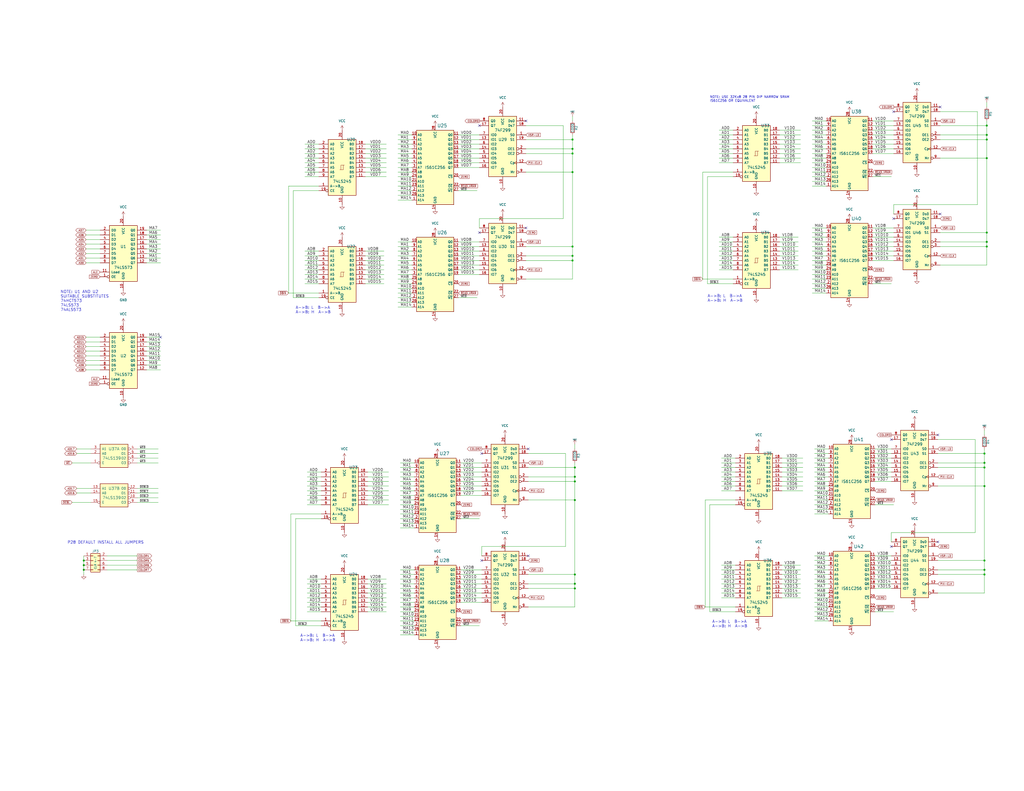
<source format=kicad_sch>
(kicad_sch (version 20211123) (generator eeschema)
  (paper "C")
  (junction (at 537.21 265.43))
  (junction (at 537.21 311.15))
  (junction (at 313.69 313.69))
  (junction (at 538.48 134.62))
  (junction (at 313.69 318.77))
  (junction (at 312.42 142.24))
  (junction (at 45.72 311.15))
  (junction (at 313.69 260.35))
  (junction (at 538.48 132.08))
  (junction (at 537.21 255.27))
  (junction (at 312.42 139.7))
  (junction (at 313.69 273.05))
  (junction (at 312.42 81.28))
  (junction (at 45.72 308.61))
  (junction (at 45.72 306.07))
  (junction (at 313.69 262.89))
  (junction (at 312.42 134.62))
  (junction (at 312.42 93.98))
  (junction (at 538.48 86.36))
  (junction (at 538.48 76.2))
  (junction (at 313.69 255.27))
  (junction (at 537.21 252.73))
  (junction (at 537.21 306.07))
  (junction (at 537.21 313.69))
  (junction (at 538.48 68.58))
  (junction (at 538.48 127))
  (junction (at 312.42 76.2))
  (junction (at 537.21 247.65))
  (junction (at 312.42 83.82))
  (junction (at 538.48 73.66))
  (junction (at 313.69 321.31))
  (no_connect (at 288.29 303.53))
  (no_connect (at 511.81 295.91))
  (no_connect (at 513.08 58.42))
  (no_connect (at 261.62 68.58))
  (no_connect (at 87.63 184.15))
  (no_connect (at 287.02 66.04))
  (no_connect (at 262.89 306.07))
  (no_connect (at 486.41 240.03))
  (no_connect (at 487.68 60.96))
  (no_connect (at 262.89 247.65))
  (no_connect (at 261.62 127))
  (no_connect (at 288.29 245.11))
  (no_connect (at 511.81 237.49))
  (no_connect (at 487.68 119.38))
  (no_connect (at 513.08 116.84))
  (no_connect (at 486.41 298.45))
  (no_connect (at 287.02 124.46))
  (wire (pts (xy 392.43 144.78) (xy 400.05 144.78)))
  (wire (pts (xy 46.99 140.97) (xy 54.61 140.97)))
  (wire (pts (xy 511.81 240.03) (xy 532.13 240.03)))
  (wire (pts (xy 393.7 252.73) (xy 401.32 252.73)))
  (wire (pts (xy 175.26 280.67) (xy 158.75 280.67)))
  (wire (pts (xy 537.21 306.07) (xy 537.21 311.15)))
  (wire (pts (xy 45.72 311.15) (xy 45.72 313.69)))
  (wire (pts (xy 217.17 86.36) (xy 224.79 86.36)))
  (wire (pts (xy 426.72 316.23) (xy 436.88 316.23)))
  (wire (pts (xy 444.5 245.11) (xy 452.12 245.11)))
  (wire (pts (xy 166.37 81.28) (xy 173.99 81.28)))
  (wire (pts (xy 387.35 334.01) (xy 387.35 275.59)))
  (wire (pts (xy 166.37 147.32) (xy 173.99 147.32)))
  (wire (pts (xy 312.42 134.62) (xy 312.42 139.7)))
  (wire (pts (xy 261.62 119.38) (xy 261.62 124.46)))
  (wire (pts (xy 426.72 308.61) (xy 436.88 308.61)))
  (wire (pts (xy 313.69 313.69) (xy 288.29 313.69)))
  (wire (pts (xy 217.17 134.62) (xy 224.79 134.62)))
  (wire (pts (xy 217.17 149.86) (xy 224.79 149.86)))
  (wire (pts (xy 476.25 139.7) (xy 487.68 139.7)))
  (wire (pts (xy 511.81 265.43) (xy 537.21 265.43)))
  (wire (pts (xy 392.43 129.54) (xy 400.05 129.54)))
  (wire (pts (xy 218.44 323.85) (xy 226.06 323.85)))
  (wire (pts (xy 80.01 196.85) (xy 87.63 196.85)))
  (wire (pts (xy 476.25 83.82) (xy 487.68 83.82)))
  (wire (pts (xy 160.02 162.56) (xy 160.02 104.14)))
  (wire (pts (xy 46.99 196.85) (xy 54.61 196.85)))
  (wire (pts (xy 250.19 132.08) (xy 261.62 132.08)))
  (wire (pts (xy 393.7 250.19) (xy 401.32 250.19)))
  (wire (pts (xy 392.43 73.66) (xy 400.05 73.66)))
  (wire (pts (xy 444.5 252.73) (xy 452.12 252.73)))
  (wire (pts (xy 80.01 199.39) (xy 87.63 199.39)))
  (wire (pts (xy 218.44 283.21) (xy 226.06 283.21)))
  (wire (pts (xy 218.44 267.97) (xy 226.06 267.97)))
  (wire (pts (xy 426.72 267.97) (xy 438.15 267.97)))
  (wire (pts (xy 80.01 130.81) (xy 87.63 130.81)))
  (wire (pts (xy 74.93 245.11) (xy 86.36 245.11)))
  (wire (pts (xy 287.02 68.58) (xy 307.34 68.58)))
  (wire (pts (xy 312.42 63.5) (xy 312.42 66.04)))
  (wire (pts (xy 218.44 262.89) (xy 226.06 262.89)))
  (wire (pts (xy 537.21 265.43) (xy 537.21 306.07)))
  (wire (pts (xy 444.5 265.43) (xy 452.12 265.43)))
  (wire (pts (xy 392.43 147.32) (xy 400.05 147.32)))
  (wire (pts (xy 443.23 127) (xy 450.85 127)))
  (wire (pts (xy 532.13 290.83) (xy 486.41 290.83)))
  (wire (pts (xy 166.37 139.7) (xy 173.99 139.7)))
  (wire (pts (xy 217.17 165.1) (xy 224.79 165.1)))
  (wire (pts (xy 477.52 313.69) (xy 486.41 313.69)))
  (wire (pts (xy 386.08 154.94) (xy 386.08 96.52)))
  (wire (pts (xy 46.99 201.93) (xy 54.61 201.93)))
  (wire (pts (xy 538.48 86.36) (xy 538.48 127)))
  (wire (pts (xy 538.48 73.66) (xy 513.08 73.66)))
  (wire (pts (xy 313.69 260.35) (xy 288.29 260.35)))
  (wire (pts (xy 217.17 160.02) (xy 224.79 160.02)))
  (wire (pts (xy 251.46 318.77) (xy 262.89 318.77)))
  (wire (pts (xy 175.26 339.09) (xy 158.75 339.09)))
  (wire (pts (xy 167.64 260.35) (xy 175.26 260.35)))
  (wire (pts (xy 533.4 111.76) (xy 533.4 60.96)))
  (wire (pts (xy 400.05 152.4) (xy 383.54 152.4)))
  (wire (pts (xy 312.42 139.7) (xy 312.42 142.24)))
  (wire (pts (xy 426.72 252.73) (xy 438.15 252.73)))
  (wire (pts (xy 476.25 78.74) (xy 487.68 78.74)))
  (wire (pts (xy 74.93 274.32) (xy 86.36 274.32)))
  (wire (pts (xy 425.45 129.54) (xy 435.61 129.54)))
  (wire (pts (xy 476.25 127) (xy 487.68 127)))
  (wire (pts (xy 218.44 318.77) (xy 226.06 318.77)))
  (wire (pts (xy 443.23 76.2) (xy 450.85 76.2)))
  (wire (pts (xy 250.19 76.2) (xy 261.62 76.2)))
  (wire (pts (xy 443.23 149.86) (xy 450.85 149.86)))
  (wire (pts (xy 74.93 269.24) (xy 86.36 269.24)))
  (wire (pts (xy 166.37 149.86) (xy 173.99 149.86)))
  (wire (pts (xy 426.72 260.35) (xy 438.15 260.35)))
  (wire (pts (xy 199.39 147.32) (xy 209.55 147.32)))
  (wire (pts (xy 443.23 124.46) (xy 450.85 124.46)))
  (wire (pts (xy 251.46 321.31) (xy 262.89 321.31)))
  (wire (pts (xy 393.7 260.35) (xy 401.32 260.35)))
  (wire (pts (xy 199.39 149.86) (xy 209.55 149.86)))
  (wire (pts (xy 46.99 199.39) (xy 54.61 199.39)))
  (wire (pts (xy 251.46 341.63) (xy 261.62 341.63)))
  (wire (pts (xy 251.46 255.27) (xy 262.89 255.27)))
  (wire (pts (xy 537.21 306.07) (xy 511.81 306.07)))
  (wire (pts (xy 217.17 147.32) (xy 224.79 147.32)))
  (wire (pts (xy 217.17 162.56) (xy 224.79 162.56)))
  (wire (pts (xy 218.44 344.17) (xy 226.06 344.17)))
  (wire (pts (xy 200.66 262.89) (xy 212.09 262.89)))
  (wire (pts (xy 313.69 262.89) (xy 313.69 273.05)))
  (wire (pts (xy 251.46 313.69) (xy 262.89 313.69)))
  (wire (pts (xy 80.01 133.35) (xy 87.63 133.35)))
  (wire (pts (xy 200.66 321.31) (xy 210.82 321.31)))
  (wire (pts (xy 74.93 303.53) (xy 58.42 303.53)))
  (wire (pts (xy 383.54 152.4) (xy 383.54 93.98)))
  (wire (pts (xy 80.01 143.51) (xy 87.63 143.51)))
  (wire (pts (xy 217.17 91.44) (xy 224.79 91.44)))
  (wire (pts (xy 80.01 189.23) (xy 87.63 189.23)))
  (wire (pts (xy 443.23 132.08) (xy 450.85 132.08)))
  (wire (pts (xy 167.64 331.47) (xy 175.26 331.47)))
  (wire (pts (xy 538.48 127) (xy 538.48 132.08)))
  (wire (pts (xy 393.7 265.43) (xy 401.32 265.43)))
  (wire (pts (xy 160.02 104.14) (xy 173.99 104.14)))
  (wire (pts (xy 250.19 144.78) (xy 261.62 144.78)))
  (wire (pts (xy 41.91 266.7) (xy 49.53 266.7)))
  (wire (pts (xy 200.66 323.85) (xy 210.82 323.85)))
  (wire (pts (xy 200.66 316.23) (xy 210.82 316.23)))
  (wire (pts (xy 443.23 71.12) (xy 450.85 71.12)))
  (wire (pts (xy 477.52 306.07) (xy 486.41 306.07)))
  (wire (pts (xy 313.69 255.27) (xy 288.29 255.27)))
  (wire (pts (xy 313.69 255.27) (xy 313.69 260.35)))
  (wire (pts (xy 46.99 189.23) (xy 54.61 189.23)))
  (wire (pts (xy 444.5 262.89) (xy 452.12 262.89)))
  (wire (pts (xy 477.52 308.61) (xy 486.41 308.61)))
  (wire (pts (xy 250.19 88.9) (xy 261.62 88.9)))
  (wire (pts (xy 443.23 88.9) (xy 450.85 88.9)))
  (wire (pts (xy 199.39 91.44) (xy 210.82 91.44)))
  (wire (pts (xy 199.39 78.74) (xy 210.82 78.74)))
  (wire (pts (xy 312.42 134.62) (xy 287.02 134.62)))
  (wire (pts (xy 175.26 283.21) (xy 161.29 283.21)))
  (wire (pts (xy 218.44 275.59) (xy 226.06 275.59)))
  (wire (pts (xy 218.44 311.15) (xy 226.06 311.15)))
  (wire (pts (xy 218.44 326.39) (xy 226.06 326.39)))
  (wire (pts (xy 425.45 134.62) (xy 435.61 134.62)))
  (wire (pts (xy 425.45 137.16) (xy 435.61 137.16)))
  (wire (pts (xy 217.17 99.06) (xy 224.79 99.06)))
  (wire (pts (xy 443.23 129.54) (xy 450.85 129.54)))
  (wire (pts (xy 537.21 234.95) (xy 537.21 237.49)))
  (wire (pts (xy 41.91 247.65) (xy 49.53 247.65)))
  (wire (pts (xy 307.34 119.38) (xy 261.62 119.38)))
  (wire (pts (xy 426.72 313.69) (xy 436.88 313.69)))
  (wire (pts (xy 443.23 73.66) (xy 450.85 73.66)))
  (wire (pts (xy 487.68 116.84) (xy 487.68 111.76)))
  (wire (pts (xy 167.64 334.01) (xy 175.26 334.01)))
  (wire (pts (xy 425.45 78.74) (xy 436.88 78.74)))
  (wire (pts (xy 425.45 144.78) (xy 435.61 144.78)))
  (wire (pts (xy 200.66 328.93) (xy 210.82 328.93)))
  (wire (pts (xy 46.99 125.73) (xy 54.61 125.73)))
  (wire (pts (xy 251.46 270.51) (xy 262.89 270.51)))
  (wire (pts (xy 46.99 191.77) (xy 54.61 191.77)))
  (wire (pts (xy 393.7 316.23) (xy 401.32 316.23)))
  (wire (pts (xy 537.21 313.69) (xy 537.21 323.85)))
  (wire (pts (xy 392.43 139.7) (xy 400.05 139.7)))
  (wire (pts (xy 217.17 167.64) (xy 224.79 167.64)))
  (wire (pts (xy 426.72 311.15) (xy 436.88 311.15)))
  (wire (pts (xy 74.93 266.7) (xy 86.36 266.7)))
  (wire (pts (xy 199.39 152.4) (xy 209.55 152.4)))
  (wire (pts (xy 444.5 339.09) (xy 452.12 339.09)))
  (wire (pts (xy 538.48 86.36) (xy 513.08 86.36)))
  (wire (pts (xy 476.25 142.24) (xy 487.68 142.24)))
  (wire (pts (xy 200.66 331.47) (xy 210.82 331.47)))
  (wire (pts (xy 167.64 323.85) (xy 175.26 323.85)))
  (wire (pts (xy 80.01 201.93) (xy 87.63 201.93)))
  (wire (pts (xy 167.64 262.89) (xy 175.26 262.89)))
  (wire (pts (xy 477.52 303.53) (xy 486.41 303.53)))
  (wire (pts (xy 200.66 326.39) (xy 210.82 326.39)))
  (wire (pts (xy 287.02 152.4) (xy 312.42 152.4)))
  (wire (pts (xy 444.5 321.31) (xy 452.12 321.31)))
  (wire (pts (xy 166.37 144.78) (xy 173.99 144.78)))
  (wire (pts (xy 167.64 265.43) (xy 175.26 265.43)))
  (wire (pts (xy 45.72 308.61) (xy 45.72 311.15)))
  (wire (pts (xy 217.17 132.08) (xy 224.79 132.08)))
  (wire (pts (xy 175.26 341.63) (xy 161.29 341.63)))
  (wire (pts (xy 46.99 138.43) (xy 54.61 138.43)))
  (wire (pts (xy 313.69 252.73) (xy 313.69 255.27)))
  (wire (pts (xy 312.42 83.82) (xy 287.02 83.82)))
  (wire (pts (xy 250.19 137.16) (xy 261.62 137.16)))
  (wire (pts (xy 251.46 265.43) (xy 262.89 265.43)))
  (wire (pts (xy 444.5 323.85) (xy 452.12 323.85)))
  (wire (pts (xy 393.7 262.89) (xy 401.32 262.89)))
  (wire (pts (xy 218.44 273.05) (xy 226.06 273.05)))
  (wire (pts (xy 74.93 247.65) (xy 86.36 247.65)))
  (wire (pts (xy 80.01 194.31) (xy 87.63 194.31)))
  (wire (pts (xy 218.44 313.69) (xy 226.06 313.69)))
  (wire (pts (xy 218.44 270.51) (xy 226.06 270.51)))
  (wire (pts (xy 200.66 267.97) (xy 212.09 267.97)))
  (wire (pts (xy 218.44 331.47) (xy 226.06 331.47)))
  (wire (pts (xy 476.25 129.54) (xy 487.68 129.54)))
  (wire (pts (xy 425.45 81.28) (xy 436.88 81.28)))
  (wire (pts (xy 160.02 162.56) (xy 173.99 162.56)))
  (wire (pts (xy 443.23 134.62) (xy 450.85 134.62)))
  (wire (pts (xy 313.69 242.57) (xy 313.69 245.11)))
  (wire (pts (xy 217.17 157.48) (xy 224.79 157.48)))
  (wire (pts (xy 218.44 257.81) (xy 226.06 257.81)))
  (wire (pts (xy 444.5 326.39) (xy 452.12 326.39)))
  (wire (pts (xy 262.89 303.53) (xy 262.89 298.45)))
  (wire (pts (xy 392.43 88.9) (xy 400.05 88.9)))
  (wire (pts (xy 392.43 76.2) (xy 400.05 76.2)))
  (wire (pts (xy 200.66 260.35) (xy 212.09 260.35)))
  (wire (pts (xy 167.64 275.59) (xy 175.26 275.59)))
  (wire (pts (xy 217.17 106.68) (xy 224.79 106.68)))
  (wire (pts (xy 46.99 186.69) (xy 54.61 186.69)))
  (wire (pts (xy 538.48 132.08) (xy 538.48 134.62)))
  (wire (pts (xy 313.69 273.05) (xy 313.69 313.69)))
  (wire (pts (xy 538.48 76.2) (xy 513.08 76.2)))
  (wire (pts (xy 46.99 128.27) (xy 54.61 128.27)))
  (wire (pts (xy 538.48 76.2) (xy 538.48 86.36)))
  (wire (pts (xy 262.89 298.45) (xy 308.61 298.45)))
  (wire (pts (xy 400.05 96.52) (xy 386.08 96.52)))
  (wire (pts (xy 167.64 326.39) (xy 175.26 326.39)))
  (wire (pts (xy 426.72 318.77) (xy 436.88 318.77)))
  (wire (pts (xy 538.48 132.08) (xy 513.08 132.08)))
  (wire (pts (xy 308.61 247.65) (xy 288.29 247.65)))
  (wire (pts (xy 477.52 255.27) (xy 486.41 255.27)))
  (wire (pts (xy 392.43 83.82) (xy 400.05 83.82)))
  (wire (pts (xy 312.42 93.98) (xy 312.42 134.62)))
  (wire (pts (xy 200.66 318.77) (xy 210.82 318.77)))
  (wire (pts (xy 217.17 93.98) (xy 224.79 93.98)))
  (wire (pts (xy 251.46 326.39) (xy 262.89 326.39)))
  (wire (pts (xy 444.5 306.07) (xy 452.12 306.07)))
  (wire (pts (xy 444.5 318.77) (xy 452.12 318.77)))
  (wire (pts (xy 538.48 66.04) (xy 538.48 68.58)))
  (wire (pts (xy 166.37 78.74) (xy 173.99 78.74)))
  (wire (pts (xy 45.72 306.07) (xy 45.72 308.61)))
  (wire (pts (xy 425.45 88.9) (xy 436.88 88.9)))
  (wire (pts (xy 166.37 154.94) (xy 173.99 154.94)))
  (wire (pts (xy 444.5 260.35) (xy 452.12 260.35)))
  (wire (pts (xy 166.37 96.52) (xy 173.99 96.52)))
  (wire (pts (xy 476.25 96.52) (xy 486.41 96.52)))
  (wire (pts (xy 476.25 137.16) (xy 487.68 137.16)))
  (wire (pts (xy 217.17 104.14) (xy 224.79 104.14)))
  (wire (pts (xy 157.48 160.02) (xy 173.99 160.02)))
  (wire (pts (xy 312.42 142.24) (xy 287.02 142.24)))
  (wire (pts (xy 426.72 250.19) (xy 438.15 250.19)))
  (wire (pts (xy 41.91 269.24) (xy 49.53 269.24)))
  (wire (pts (xy 251.46 252.73) (xy 262.89 252.73)))
  (wire (pts (xy 251.46 311.15) (xy 262.89 311.15)))
  (wire (pts (xy 538.48 127) (xy 513.08 127)))
  (wire (pts (xy 444.5 247.65) (xy 452.12 247.65)))
  (wire (pts (xy 443.23 91.44) (xy 450.85 91.44)))
  (wire (pts (xy 218.44 339.09) (xy 226.06 339.09)))
  (wire (pts (xy 313.69 331.47) (xy 288.29 331.47)))
  (wire (pts (xy 166.37 86.36) (xy 173.99 86.36)))
  (wire (pts (xy 425.45 147.32) (xy 435.61 147.32)))
  (wire (pts (xy 80.01 186.69) (xy 87.63 186.69)))
  (wire (pts (xy 393.7 313.69) (xy 401.32 313.69)))
  (wire (pts (xy 217.17 76.2) (xy 224.79 76.2)))
  (wire (pts (xy 199.39 83.82) (xy 210.82 83.82)))
  (wire (pts (xy 217.17 154.94) (xy 224.79 154.94)))
  (wire (pts (xy 199.39 144.78) (xy 209.55 144.78)))
  (wire (pts (xy 250.19 86.36) (xy 261.62 86.36)))
  (wire (pts (xy 287.02 81.28) (xy 312.42 81.28)))
  (wire (pts (xy 200.66 275.59) (xy 212.09 275.59)))
  (wire (pts (xy 443.23 81.28) (xy 450.85 81.28)))
  (wire (pts (xy 443.23 147.32) (xy 450.85 147.32)))
  (wire (pts (xy 217.17 142.24) (xy 224.79 142.24)))
  (wire (pts (xy 166.37 83.82) (xy 173.99 83.82)))
  (wire (pts (xy 46.99 130.81) (xy 54.61 130.81)))
  (wire (pts (xy 426.72 323.85) (xy 436.88 323.85)))
  (wire (pts (xy 199.39 88.9) (xy 210.82 88.9)))
  (wire (pts (xy 313.69 260.35) (xy 313.69 262.89)))
  (wire (pts (xy 39.37 252.73) (xy 49.53 252.73)))
  (wire (pts (xy 218.44 328.93) (xy 226.06 328.93)))
  (wire (pts (xy 477.52 245.11) (xy 486.41 245.11)))
  (wire (pts (xy 393.7 255.27) (xy 401.32 255.27)))
  (wire (pts (xy 312.42 73.66) (xy 312.42 76.2)))
  (wire (pts (xy 444.5 270.51) (xy 452.12 270.51)))
  (wire (pts (xy 444.5 280.67) (xy 452.12 280.67)))
  (wire (pts (xy 45.72 303.53) (xy 45.72 306.07)))
  (wire (pts (xy 477.52 316.23) (xy 486.41 316.23)))
  (wire (pts (xy 400.05 93.98) (xy 383.54 93.98)))
  (wire (pts (xy 444.5 255.27) (xy 452.12 255.27)))
  (wire (pts (xy 425.45 73.66) (xy 436.88 73.66)))
  (wire (pts (xy 157.48 101.6) (xy 173.99 101.6)))
  (wire (pts (xy 443.23 139.7) (xy 450.85 139.7)))
  (wire (pts (xy 167.64 267.97) (xy 175.26 267.97)))
  (wire (pts (xy 250.19 104.14) (xy 260.35 104.14)))
  (wire (pts (xy 218.44 341.63) (xy 226.06 341.63)))
  (wire (pts (xy 393.7 323.85) (xy 401.32 323.85)))
  (wire (pts (xy 287.02 76.2) (xy 312.42 76.2)))
  (wire (pts (xy 166.37 91.44) (xy 173.99 91.44)))
  (wire (pts (xy 538.48 144.78) (xy 513.08 144.78)))
  (wire (pts (xy 218.44 255.27) (xy 226.06 255.27)))
  (wire (pts (xy 477.52 257.81) (xy 486.41 257.81)))
  (wire (pts (xy 533.4 60.96) (xy 513.08 60.96)))
  (wire (pts (xy 425.45 132.08) (xy 435.61 132.08)))
  (wire (pts (xy 251.46 283.21) (xy 261.62 283.21)))
  (wire (pts (xy 511.81 252.73) (xy 537.21 252.73)))
  (wire (pts (xy 217.17 96.52) (xy 224.79 96.52)))
  (wire (pts (xy 199.39 81.28) (xy 210.82 81.28)))
  (wire (pts (xy 444.5 257.81) (xy 452.12 257.81)))
  (wire (pts (xy 425.45 86.36) (xy 436.88 86.36)))
  (wire (pts (xy 443.23 142.24) (xy 450.85 142.24)))
  (wire (pts (xy 74.93 252.73) (xy 86.36 252.73)))
  (wire (pts (xy 477.52 252.73) (xy 486.41 252.73)))
  (wire (pts (xy 392.43 142.24) (xy 400.05 142.24)))
  (wire (pts (xy 476.25 76.2) (xy 487.68 76.2)))
  (wire (pts (xy 443.23 137.16) (xy 450.85 137.16)))
  (wire (pts (xy 444.5 328.93) (xy 452.12 328.93)))
  (wire (pts (xy 312.42 139.7) (xy 287.02 139.7)))
  (wire (pts (xy 538.48 134.62) (xy 538.48 144.78)))
  (wire (pts (xy 393.7 311.15) (xy 401.32 311.15)))
  (wire (pts (xy 250.19 147.32) (xy 261.62 147.32)))
  (wire (pts (xy 537.21 255.27) (xy 511.81 255.27)))
  (wire (pts (xy 167.64 328.93) (xy 175.26 328.93)))
  (wire (pts (xy 443.23 154.94) (xy 450.85 154.94)))
  (wire (pts (xy 392.43 78.74) (xy 400.05 78.74)))
  (wire (pts (xy 476.25 66.04) (xy 487.68 66.04)))
  (wire (pts (xy 199.39 154.94) (xy 209.55 154.94)))
  (wire (pts (xy 537.21 255.27) (xy 537.21 265.43)))
  (wire (pts (xy 217.17 137.16) (xy 224.79 137.16)))
  (wire (pts (xy 313.69 321.31) (xy 313.69 331.47)))
  (wire (pts (xy 444.5 250.19) (xy 452.12 250.19)))
  (wire (pts (xy 80.01 140.97) (xy 87.63 140.97)))
  (wire (pts (xy 443.23 78.74) (xy 450.85 78.74)))
  (wire (pts (xy 74.93 311.15) (xy 58.42 311.15)))
  (wire (pts (xy 393.7 318.77) (xy 401.32 318.77)))
  (wire (pts (xy 307.34 68.58) (xy 307.34 119.38)))
  (wire (pts (xy 537.21 245.11) (xy 537.21 247.65)))
  (wire (pts (xy 250.19 139.7) (xy 261.62 139.7)))
  (wire (pts (xy 251.46 323.85) (xy 262.89 323.85)))
  (wire (pts (xy 251.46 328.93) (xy 262.89 328.93)))
  (wire (pts (xy 46.99 133.35) (xy 54.61 133.35)))
  (wire (pts (xy 199.39 142.24) (xy 209.55 142.24)))
  (wire (pts (xy 537.21 252.73) (xy 537.21 255.27)))
  (wire (pts (xy 167.64 321.31) (xy 175.26 321.31)))
  (wire (pts (xy 251.46 316.23) (xy 262.89 316.23)))
  (wire (pts (xy 444.5 275.59) (xy 452.12 275.59)))
  (wire (pts (xy 426.72 265.43) (xy 438.15 265.43)))
  (wire (pts (xy 217.17 144.78) (xy 224.79 144.78)))
  (wire (pts (xy 425.45 142.24) (xy 435.61 142.24)))
  (wire (pts (xy 477.52 318.77) (xy 486.41 318.77)))
  (wire (pts (xy 199.39 86.36) (xy 210.82 86.36)))
  (wire (pts (xy 444.5 331.47) (xy 452.12 331.47)))
  (wire (pts (xy 426.72 326.39) (xy 436.88 326.39)))
  (wire (pts (xy 250.19 162.56) (xy 260.35 162.56)))
  (wire (pts (xy 217.17 139.7) (xy 224.79 139.7)))
  (wire (pts (xy 476.25 81.28) (xy 487.68 81.28)))
  (wire (pts (xy 200.66 273.05) (xy 212.09 273.05)))
  (wire (pts (xy 487.68 111.76) (xy 533.4 111.76)))
  (wire (pts (xy 250.19 78.74) (xy 261.62 78.74)))
  (wire (pts (xy 477.52 250.19) (xy 486.41 250.19)))
  (wire (pts (xy 476.25 134.62) (xy 487.68 134.62)))
  (wire (pts (xy 400.05 154.94) (xy 386.08 154.94)))
  (wire (pts (xy 537.21 313.69) (xy 511.81 313.69)))
  (wire (pts (xy 251.46 260.35) (xy 262.89 260.35)))
  (wire (pts (xy 426.72 321.31) (xy 436.88 321.31)))
  (wire (pts (xy 313.69 318.77) (xy 288.29 318.77)))
  (wire (pts (xy 392.43 86.36) (xy 400.05 86.36)))
  (wire (pts (xy 476.25 124.46) (xy 487.68 124.46)))
  (wire (pts (xy 251.46 262.89) (xy 262.89 262.89)))
  (wire (pts (xy 443.23 96.52) (xy 450.85 96.52)))
  (wire (pts (xy 443.23 144.78) (xy 450.85 144.78)))
  (wire (pts (xy 477.52 262.89) (xy 486.41 262.89)))
  (wire (pts (xy 46.99 194.31) (xy 54.61 194.31)))
  (wire (pts (xy 251.46 257.81) (xy 262.89 257.81)))
  (wire (pts (xy 250.19 134.62) (xy 261.62 134.62)))
  (wire (pts (xy 486.41 290.83) (xy 486.41 295.91)))
  (wire (pts (xy 218.44 285.75) (xy 226.06 285.75)))
  (wire (pts (xy 80.01 191.77) (xy 87.63 191.77)))
  (wire (pts (xy 426.72 255.27) (xy 438.15 255.27)))
  (wire (pts (xy 167.64 316.23) (xy 175.26 316.23)))
  (wire (pts (xy 167.64 273.05) (xy 175.26 273.05)))
  (wire (pts (xy 250.19 149.86) (xy 261.62 149.86)))
  (wire (pts (xy 218.44 316.23) (xy 226.06 316.23)))
  (wire (pts (xy 288.29 321.31) (xy 313.69 321.31)))
  (wire (pts (xy 425.45 139.7) (xy 435.61 139.7)))
  (wire (pts (xy 166.37 142.24) (xy 173.99 142.24)))
  (wire (pts (xy 511.81 247.65) (xy 537.21 247.65)))
  (wire (pts (xy 444.5 313.69) (xy 452.12 313.69)))
  (wire (pts (xy 443.23 86.36) (xy 450.85 86.36)))
  (wire (pts (xy 199.39 93.98) (xy 210.82 93.98)))
  (wire (pts (xy 537.21 247.65) (xy 537.21 252.73)))
  (wire (pts (xy 250.19 83.82) (xy 261.62 83.82)))
  (wire (pts (xy 444.5 267.97) (xy 452.12 267.97)))
  (wire (pts (xy 199.39 139.7) (xy 209.55 139.7)))
  (wire (pts (xy 443.23 93.98) (xy 450.85 93.98)))
  (wire (pts (xy 312.42 142.24) (xy 312.42 152.4)))
  (wire (pts (xy 46.99 184.15) (xy 54.61 184.15)))
  (wire (pts (xy 387.35 334.01) (xy 401.32 334.01)))
  (wire (pts (xy 513.08 134.62) (xy 538.48 134.62)))
  (wire (pts (xy 443.23 99.06) (xy 450.85 99.06)))
  (wire (pts (xy 392.43 81.28) (xy 400.05 81.28)))
  (wire (pts (xy 444.5 308.61) (xy 452.12 308.61)))
  (wire (pts (xy 250.19 73.66) (xy 261.62 73.66)))
  (wire (pts (xy 46.99 143.51) (xy 54.61 143.51)))
  (wire (pts (xy 313.69 262.89) (xy 288.29 262.89)))
  (wire (pts (xy 476.25 73.66) (xy 487.68 73.66)))
  (wire (pts (xy 161.29 341.63) (xy 161.29 283.21)))
  (wire (pts (xy 217.17 83.82) (xy 224.79 83.82)))
  (wire (pts (xy 199.39 96.52) (xy 210.82 96.52)))
  (wire (pts (xy 217.17 78.74) (xy 224.79 78.74)))
  (wire (pts (xy 393.7 267.97) (xy 401.32 267.97)))
  (wire (pts (xy 74.93 250.19) (xy 86.36 250.19)))
  (wire (pts (xy 477.52 321.31) (xy 486.41 321.31)))
  (wire (pts (xy 313.69 318.77) (xy 313.69 321.31)))
  (wire (pts (xy 167.64 318.77) (xy 175.26 318.77)))
  (wire (pts (xy 444.5 311.15) (xy 452.12 311.15)))
  (wire (pts (xy 511.81 323.85) (xy 537.21 323.85)))
  (wire (pts (xy 217.17 109.22) (xy 224.79 109.22)))
  (wire (pts (xy 200.66 265.43) (xy 212.09 265.43)))
  (wire (pts (xy 218.44 321.31) (xy 226.06 321.31)))
  (wire (pts (xy 200.66 257.81) (xy 212.09 257.81)))
  (wire (pts (xy 218.44 334.01) (xy 226.06 334.01)))
  (wire (pts (xy 444.5 273.05) (xy 452.12 273.05)))
  (wire (pts (xy 74.93 271.78) (xy 86.36 271.78)))
  (wire (pts (xy 218.44 288.29) (xy 226.06 288.29)))
  (wire (pts (xy 166.37 93.98) (xy 173.99 93.98)))
  (wire (pts (xy 217.17 88.9) (xy 224.79 88.9)))
  (wire (pts (xy 443.23 157.48) (xy 450.85 157.48)))
  (wire (pts (xy 384.81 331.47) (xy 384.81 273.05)))
  (wire (pts (xy 312.42 83.82) (xy 312.42 93.98)))
  (wire (pts (xy 387.35 275.59) (xy 401.32 275.59)))
  (wire (pts (xy 80.01 138.43) (xy 87.63 138.43)))
  (wire (pts (xy 250.19 91.44) (xy 261.62 91.44)))
  (wire (pts (xy 476.25 71.12) (xy 487.68 71.12)))
  (wire (pts (xy 538.48 73.66) (xy 538.48 76.2)))
  (wire (pts (xy 537.21 311.15) (xy 511.81 311.15)))
  (wire (pts (xy 425.45 71.12) (xy 436.88 71.12)))
  (wire (pts (xy 477.52 247.65) (xy 486.41 247.65)))
  (wire (pts (xy 443.23 152.4) (xy 450.85 152.4)))
  (wire (pts (xy 158.75 339.09) (xy 158.75 280.67)))
  (wire (pts (xy 250.19 142.24) (xy 261.62 142.24)))
  (wire (pts (xy 538.48 68.58) (xy 538.48 73.66)))
  (wire (pts (xy 313.69 313.69) (xy 313.69 318.77)))
  (wire (pts (xy 537.21 311.15) (xy 537.21 313.69)))
  (wire (pts (xy 312.42 93.98) (xy 287.02 93.98)))
  (wire (pts (xy 167.64 257.81) (xy 175.26 257.81)))
  (wire (pts (xy 166.37 137.16) (xy 173.99 137.16)))
  (wire (pts (xy 392.43 137.16) (xy 400.05 137.16)))
  (wire (pts (xy 425.45 76.2) (xy 436.88 76.2)))
  (wire (pts (xy 218.44 346.71) (xy 226.06 346.71)))
  (wire (pts (xy 308.61 298.45) (xy 308.61 247.65)))
  (wire (pts (xy 217.17 81.28) (xy 224.79 81.28)))
  (wire (pts (xy 477.52 260.35) (xy 486.41 260.35)))
  (wire (pts (xy 393.7 308.61) (xy 401.32 308.61)))
  (wire (pts (xy 250.19 81.28) (xy 261.62 81.28)))
  (wire (pts (xy 39.37 274.32) (xy 49.53 274.32)))
  (wire (pts (xy 476.25 68.58) (xy 487.68 68.58)))
  (wire (pts (xy 443.23 66.04) (xy 450.85 66.04)))
  (wire (pts (xy 444.5 316.23) (xy 452.12 316.23)))
  (wire (pts (xy 217.17 152.4) (xy 224.79 152.4)))
  (wire (pts (xy 166.37 88.9) (xy 173.99 88.9)))
  (wire (pts (xy 392.43 132.08) (xy 400.05 132.08)))
  (wire (pts (xy 476.25 132.08) (xy 487.68 132.08)))
  (wire (pts (xy 166.37 152.4) (xy 173.99 152.4)))
  (wire (pts (xy 477.52 275.59) (xy 487.68 275.59)))
  (wire (pts (xy 80.01 125.73) (xy 87.63 125.73)))
  (wire (pts (xy 538.48 55.88) (xy 538.48 58.42)))
  (wire (pts (xy 443.23 68.58) (xy 450.85 68.58)))
  (wire (pts (xy 46.99 135.89) (xy 54.61 135.89)))
  (wire (pts (xy 393.7 321.31) (xy 401.32 321.31)))
  (wire (pts (xy 218.44 280.67) (xy 226.06 280.67)))
  (wire (pts (xy 444.5 278.13) (xy 452.12 278.13)))
  (wire (pts (xy 74.93 308.61) (xy 58.42 308.61)))
  (wire (pts (xy 80.01 184.15) (xy 87.63 184.15)))
  (wire (pts (xy 393.7 326.39) (xy 401.32 326.39)))
  (wire (pts (xy 477.52 334.01) (xy 487.68 334.01)))
  (wire (pts (xy 384.81 331.47) (xy 401.32 331.47)))
  (wire (pts (xy 477.52 311.15) (xy 486.41 311.15)))
  (wire (pts (xy 426.72 262.89) (xy 438.15 262.89)))
  (wire (pts (xy 443.23 101.6) (xy 450.85 101.6)))
  (wire (pts (xy 313.69 273.05) (xy 288.29 273.05)))
  (wire (pts (xy 384.81 273.05) (xy 401.32 273.05)))
  (wire (pts (xy 199.39 137.16) (xy 209.55 137.16)))
  (wire (pts (xy 167.64 270.51) (xy 175.26 270.51)))
  (wire (pts (xy 200.66 334.01) (xy 210.82 334.01)))
  (wire (pts (xy 41.91 245.11) (xy 49.53 245.11)))
  (wire (pts (xy 532.13 240.03) (xy 532.13 290.83)))
  (wire (pts (xy 312.42 76.2) (xy 312.42 81.28)))
  (wire (pts (xy 218.44 260.35) (xy 226.06 260.35)))
  (wire (pts (xy 425.45 83.82) (xy 436.88 83.82)))
  (wire (pts (xy 393.7 257.81) (xy 401.32 257.81)))
  (wire (pts (xy 251.46 267.97) (xy 262.89 267.97)))
  (wire (pts (xy 426.72 257.81) (xy 438.15 257.81)))
  (wire (pts (xy 443.23 83.82) (xy 450.85 83.82)))
  (wire (pts (xy 218.44 278.13) (xy 226.06 278.13)))
  (wire (pts (xy 312.42 81.28) (xy 312.42 83.82)))
  (wire (pts (xy 80.01 135.89) (xy 87.63 135.89)))
  (wire (pts (xy 444.5 303.53) (xy 452.12 303.53)))
  (wire (pts (xy 200.66 270.51) (xy 212.09 270.51)))
  (wire (pts (xy 217.17 73.66) (xy 224.79 73.66)))
  (wire (pts (xy 444.5 334.01) (xy 452.12 334.01)))
  (wire (pts (xy 476.25 154.94) (xy 486.41 154.94)))
  (wire (pts (xy 218.44 265.43) (xy 226.06 265.43)))
  (wire (pts (xy 444.5 336.55) (xy 452.12 336.55)))
  (wire (pts (xy 80.01 128.27) (xy 87.63 128.27)))
  (wire (pts (xy 218.44 252.73) (xy 226.06 252.73)))
  (wire (pts (xy 392.43 134.62) (xy 400.05 134.62)))
  (wire (pts (xy 157.48 160.02) (xy 157.48 101.6)))
  (wire (pts (xy 218.44 336.55) (xy 226.06 336.55)))
  (wire (pts (xy 392.43 71.12) (xy 400.05 71.12)))
  (wire (pts (xy 443.23 160.02) (xy 450.85 160.02)))
  (wire (pts (xy 74.93 306.07) (xy 58.42 306.07)))
  (wire (pts (xy 217.17 101.6) (xy 224.79 101.6)))
  (wire (pts (xy 538.48 68.58) (xy 513.08 68.58)))
  (text "A->B: L  B->A\nA->B: H  A->B" (at 386.08 165.1 0) (effects (font (size 1.524 1.524)) (justify left bottom)))
  (text "NOTE: USE 32Kx8 28 PIN DIP NARROW SRAM\nIS61C256 OR EQUIVALENT\n" (at 387.35 55.88 0) (effects (font (size 1.27 1.27)) (justify left bottom)))
  (text "P28 DEFAULT INSTALL ALL JUMPERS" (at 36.83 297.18 0) (effects (font (size 1.524 1.524)) (justify left bottom)))
  (text "A->B: L  B->A\nA->B: H  A->B" (at 161.29 171.45 0) (effects (font (size 1.524 1.524)) (justify left bottom)))
  (text "A->B: L  B->A\nA->B: H  A->B" (at 388.62 342.9 0) (effects (font (size 1.524 1.524)) (justify left bottom)))
  (text "A->B: L  B->A\nA->B: H  A->B" (at 163.83 350.52 0) (effects (font (size 1.524 1.524)) (justify left bottom)))
  (text "NOTE: U1 AND U2\nSUITABLE SUBSTITUTES\n74HCT573\n74LS573\n74ALS573 " (at 33.02 170.18 0) (effects (font (size 1.524 1.524)) (justify left bottom)))
  (label "MA1" (at 445.77 247.65 0) (effects (font (size 1.524 1.524))))
  (label "MA10" (at 81.28 196.85 0) (effects (font (size 1.524 1.524))))
  (label "MA6" (at 81.28 128.27 0) (effects (font (size 1.524 1.524))))
  (label "V1D3" (at 477.52 73.66 0) (effects (font (size 1.524 1.524))))
  (label "V3D7" (at 478.79 262.89 0) (effects (font (size 1.524 1.524))))
  (label "V2D4" (at 252.73 262.89 0) (effects (font (size 1.524 1.524))))
  (label "V2D14" (at 252.73 326.39 0) (effects (font (size 1.524 1.524))))
  (label "V3D10" (at 427.99 313.69 0) (effects (font (size 1.524 1.524))))
  (label "V0D14" (at 200.66 152.4 0) (effects (font (size 1.524 1.524))))
  (label "AD10" (at 168.91 321.31 0) (effects (font (size 1.524 1.524))))
  (label "V1D4" (at 427.99 81.28 0) (effects (font (size 1.524 1.524))))
  (label "MA3" (at 81.28 135.89 0) (effects (font (size 1.524 1.524))))
  (label "MA13" (at 219.71 285.75 0) (effects (font (size 1.524 1.524))))
  (label "V3D3" (at 429.26 257.81 0) (effects (font (size 1.524 1.524))))
  (label "MA5" (at 445.77 257.81 0) (effects (font (size 1.524 1.524))))
  (label "MA7" (at 444.5 83.82 0) (effects (font (size 1.524 1.524))))
  (label "MA9" (at 445.77 326.39 0) (effects (font (size 1.524 1.524))))
  (label "V2D5" (at 203.2 270.51 0) (effects (font (size 1.524 1.524))))
  (label "V3D13" (at 427.99 321.31 0) (effects (font (size 1.524 1.524))))
  (label "V1D2" (at 427.99 76.2 0) (effects (font (size 1.524 1.524))))
  (label "AD10" (at 167.64 142.24 0) (effects (font (size 1.524 1.524))))
  (label "MA9" (at 81.28 199.39 0) (effects (font (size 1.524 1.524))))
  (label "MA14" (at 81.28 186.69 0) (effects (font (size 1.524 1.524))))
  (label "MA1" (at 218.44 76.2 0) (effects (font (size 1.524 1.524))))
  (label "MA14" (at 219.71 288.29 0) (effects (font (size 1.524 1.524))))
  (label "MA2" (at 219.71 316.23 0) (effects (font (size 1.524 1.524))))
  (label "V0D5" (at 251.46 86.36 0) (effects (font (size 1.524 1.524))))
  (label "MA0" (at 445.77 245.11 0) (effects (font (size 1.524 1.524))))
  (label "MA5" (at 81.28 130.81 0) (effects (font (size 1.524 1.524))))
  (label "V1D14" (at 477.52 139.7 0) (effects (font (size 1.524 1.524))))
  (label "V1D0" (at 477.52 66.04 0) (effects (font (size 1.524 1.524))))
  (label "V2D7" (at 252.73 270.51 0) (effects (font (size 1.524 1.524))))
  (label "V0D13" (at 200.66 149.86 0) (effects (font (size 1.524 1.524))))
  (label "MA1" (at 81.28 140.97 0) (effects (font (size 1.524 1.524))))
  (label "MA14" (at 218.44 109.22 0) (effects (font (size 1.524 1.524))))
  (label "MA8" (at 219.71 273.05 0) (effects (font (size 1.524 1.524))))
  (label "V3D1" (at 478.79 247.65 0) (effects (font (size 1.524 1.524))))
  (label "MA12" (at 218.44 162.56 0) (effects (font (size 1.524 1.524))))
  (label "MA12" (at 445.77 275.59 0) (effects (font (size 1.524 1.524))))
  (label "AD4" (at 168.91 267.97 0) (effects (font (size 1.524 1.524))))
  (label "V1D2" (at 477.52 71.12 0) (effects (font (size 1.524 1.524))))
  (label "MA5" (at 444.5 78.74 0) (effects (font (size 1.524 1.524))))
  (label "MA5" (at 219.71 323.85 0) (effects (font (size 1.524 1.524))))
  (label "MA4" (at 218.44 83.82 0) (effects (font (size 1.524 1.524))))
  (label "MA11" (at 81.28 194.31 0) (effects (font (size 1.524 1.524))))
  (label "~{DEBL3}" (at 76.2 274.32 0) (effects (font (size 1.016 1.016))))
  (label "MA2" (at 445.77 250.19 0) (effects (font (size 1.524 1.524))))
  (label "MA6" (at 218.44 147.32 0) (effects (font (size 1.524 1.524))))
  (label "AD2" (at 394.97 255.27 0) (effects (font (size 1.524 1.524))))
  (label "V2D5" (at 252.73 265.43 0) (effects (font (size 1.524 1.524))))
  (label "V2D10" (at 252.73 316.23 0) (effects (font (size 1.524 1.524))))
  (label "AD0" (at 394.97 250.19 0) (effects (font (size 1.524 1.524))))
  (label "MA11" (at 218.44 160.02 0) (effects (font (size 1.524 1.524))))
  (label "V3D11" (at 478.79 311.15 0) (effects (font (size 1.524 1.524))))
  (label "V0D15" (at 251.46 149.86 0) (effects (font (size 1.524 1.524))))
  (label "MA3" (at 445.77 311.15 0) (effects (font (size 1.524 1.524))))
  (label "V2D9" (at 201.93 318.77 0) (effects (font (size 1.524 1.524))))
  (label "V1D9" (at 426.72 132.08 0) (effects (font (size 1.524 1.524))))
  (label "AD15" (at 167.64 154.94 0) (effects (font (size 1.524 1.524))))
  (label "V2D7" (at 203.2 275.59 0) (effects (font (size 1.524 1.524))))
  (label "V1D8" (at 477.52 124.46 0) (effects (font (size 1.524 1.524))))
  (label "AD2" (at 167.64 83.82 0) (effects (font (size 1.524 1.524))))
  (label "MA1" (at 444.5 127 0) (effects (font (size 1.524 1.524))))
  (label "MA0" (at 444.5 66.04 0) (effects (font (size 1.524 1.524))))
  (label "V0D10" (at 200.66 142.24 0) (effects (font (size 1.524 1.524))))
  (label "V0D9" (at 251.46 134.62 0) (effects (font (size 1.524 1.524))))
  (label "AD11" (at 168.91 323.85 0) (effects (font (size 1.524 1.524))))
  (label "V0D0" (at 201.93 78.74 0) (effects (font (size 1.524 1.524))))
  (label "AD3" (at 167.64 86.36 0) (effects (font (size 1.524 1.524))))
  (label "MA5" (at 219.71 265.43 0) (effects (font (size 1.524 1.524))))
  (label "MA5" (at 445.77 316.23 0) (effects (font (size 1.524 1.524))))
  (label "MA7" (at 444.5 142.24 0) (effects (font (size 1.524 1.524))))
  (label "V0D0" (at 251.46 73.66 0) (effects (font (size 1.524 1.524))))
  (label "MA11" (at 219.71 339.09 0) (effects (font (size 1.524 1.524))))
  (label "MA2" (at 81.28 138.43 0) (effects (font (size 1.524 1.524))))
  (label "AD5" (at 168.91 270.51 0) (effects (font (size 1.524 1.524))))
  (label "MA12" (at 219.71 341.63 0) (effects (font (size 1.524 1.524))))
  (label "V3D7" (at 429.26 267.97 0) (effects (font (size 1.524 1.524))))
  (label "MA5" (at 218.44 86.36 0) (effects (font (size 1.524 1.524))))
  (label "MA15" (at 81.28 184.15 0) (effects (font (size 1.524 1.524))))
  (label "~{WE2}" (at 252.73 283.21 0) (effects (font (size 1.016 1.016))))
  (label "V1D13" (at 426.72 142.24 0) (effects (font (size 1.524 1.524))))
  (label "~{DEBL0}" (at 161.29 162.56 0) (effects (font (size 1.016 1.016))))
  (label "V2D15" (at 201.93 334.01 0) (effects (font (size 1.524 1.524))))
  (label "V2D13" (at 201.93 328.93 0) (effects (font (size 1.524 1.524))))
  (label "AD5" (at 394.97 262.89 0) (effects (font (size 1.524 1.524))))
  (label "MA11" (at 444.5 93.98 0) (effects (font (size 1.524 1.524))))
  (label "V0D6" (at 251.46 88.9 0) (effects (font (size 1.524 1.524))))
  (label "V3D3" (at 478.79 252.73 0) (effects (font (size 1.524 1.524))))
  (label "AD15" (at 168.91 334.01 0) (effects (font (size 1.524 1.524))))
  (label "~{DEBL3}" (at 388.62 334.01 0) (effects (font (size 1.016 1.016))))
  (label "MA2" (at 218.44 78.74 0) (effects (font (size 1.524 1.524))))
  (label "AD4" (at 393.7 81.28 0) (effects (font (size 1.524 1.524))))
  (label "AD13" (at 167.64 149.86 0) (effects (font (size 1.524 1.524))))
  (label "V0D11" (at 200.66 144.78 0) (effects (font (size 1.524 1.524))))
  (label "AD7" (at 167.64 96.52 0) (effects (font (size 1.524 1.524))))
  (label "AD7" (at 394.97 267.97 0) (effects (font (size 1.524 1.524))))
  (label "MA7" (at 218.44 91.44 0) (effects (font (size 1.524 1.524))))
  (label "V2D12" (at 252.73 321.31 0) (effects (font (size 1.524 1.524))))
  (label "V2D8" (at 201.93 316.23 0) (effects (font (size 1.524 1.524))))
  (label "MA3" (at 444.5 132.08 0) (effects (font (size 1.524 1.524))))
  (label "AD11" (at 393.7 137.16 0) (effects (font (size 1.524 1.524))))
  (label "V1D4" (at 477.52 76.2 0) (effects (font (size 1.524 1.524))))
  (label "V3D4" (at 429.26 260.35 0) (effects (font (size 1.524 1.524))))
  (label "MA13" (at 445.77 278.13 0) (effects (font (size 1.524 1.524))))
  (label "V3D2" (at 478.79 250.19 0) (effects (font (size 1.524 1.524))))
  (label "~{WE2}" (at 252.73 341.63 0) (effects (font (size 1.016 1.016))))
  (label "MA1" (at 219.71 255.27 0) (effects (font (size 1.524 1.524))))
  (label "V1D1" (at 427.99 73.66 0) (effects (font (size 1.524 1.524))))
  (label "AD4" (at 394.97 260.35 0) (effects (font (size 1.524 1.524))))
  (label "MA4" (at 444.5 76.2 0) (effects (font (size 1.524 1.524))))
  (label "V3D15" (at 427.99 326.39 0) (effects (font (size 1.524 1.524))))
  (label "MA10" (at 218.44 157.48 0) (effects (font (size 1.524 1.524))))
  (label "~{WE2}" (at 76.2 250.19 0) (effects (font (size 1.016 1.016))))
  (label "MA12" (at 445.77 334.01 0) (effects (font (size 1.524 1.524))))
  (label "~{WE3}" (at 478.79 275.59 0) (effects (font (size 1.016 1.016))))
  (label "V2D1" (at 203.2 260.35 0) (effects (font (size 1.524 1.524))))
  (label "V1D10" (at 477.52 129.54 0) (effects (font (size 1.524 1.524))))
  (label "MA12" (at 219.71 283.21 0) (effects (font (size 1.524 1.524))))
  (label "~{WE0}" (at 251.46 162.56 0) (effects (font (size 1.016 1.016))))
  (label "MA1" (at 444.5 68.58 0) (effects (font (size 1.524 1.524))))
  (label "MA10" (at 218.44 99.06 0) (effects (font (size 1.524 1.524))))
  (label "AD13" (at 168.91 328.93 0) (effects (font (size 1.524 1.524))))
  (label "MA4" (at 444.5 134.62 0) (effects (font (size 1.524 1.524))))
  (label "V0D2" (at 201.93 83.82 0) (effects (font (size 1.524 1.524))))
  (label "MA3" (at 219.71 318.77 0) (effects (font (size 1.524 1.524))))
  (label "MA0" (at 445.77 303.53 0) (effects (font (size 1.524 1.524))))
  (label "~{WE0}" (at 251.46 104.14 0) (effects (font (size 1.016 1.016))))
  (label "AD11" (at 394.97 316.23 0) (effects (font (size 1.524 1.524))))
  (label "V2D11" (at 201.93 323.85 0) (effects (font (size 1.524 1.524))))
  (label "MA5" (at 218.44 144.78 0) (effects (font (size 1.524 1.524))))
  (label "MA4" (at 445.77 313.69 0) (effects (font (size 1.524 1.524))))
  (label "MA4" (at 81.28 133.35 0) (effects (font (size 1.524 1.524))))
  (label "MA4" (at 445.77 255.27 0) (effects (font (size 1.524 1.524))))
  (label "MA13" (at 444.5 157.48 0) (effects (font (size 1.524 1.524))))
  (label "MA9" (at 445.77 267.97 0) (effects (font (size 1.524 1.524))))
  (label "MA2" (at 444.5 129.54 0) (effects (font (size 1.524 1.524))))
  (label "MA11" (at 218.44 101.6 0) (effects (font (size 1.524 1.524))))
  (label "V3D14" (at 478.79 318.77 0) (effects (font (size 1.524 1.524))))
  (label "MA10" (at 444.5 149.86 0) (effects (font (size 1.524 1.524))))
  (label "MA13" (at 218.44 106.68 0) (effects (font (size 1.524 1.524))))
  (label "~{DEBL1}" (at 76.2 269.24 0) (effects (font (size 1.016 1.016))))
  (label "V0D7" (at 251.46 91.44 0) (effects (font (size 1.524 1.524))))
  (label "MA10" (at 445.77 328.93 0) (effects (font (size 1.524 1.524))))
  (label "AD12" (at 167.64 147.32 0) (effects (font (size 1.524 1.524))))
  (label "V2D6" (at 252.73 267.97 0) (effects (font (size 1.524 1.524))))
  (label "MA3" (at 445.77 252.73 0) (effects (font (size 1.524 1.524))))
  (label "MA9" (at 444.5 88.9 0) (effects (font (size 1.524 1.524))))
  (label "MA11" (at 444.5 152.4 0) (effects (font (size 1.524 1.524))))
  (label "~{WE0}" (at 76.2 245.11 0) (effects (font (size 1.016 1.016))))
  (label "MA1" (at 445.77 306.07 0) (effects (font (size 1.524 1.524))))
  (label "MA14" (at 444.5 160.02 0) (effects (font (size 1.524 1.524))))
  (label "V1D5" (at 477.52 78.74 0) (effects (font (size 1.524 1.524))))
  (label "MA11" (at 219.71 280.67 0) (effects (font (size 1.524 1.524))))
  (label "V0D10" (at 251.46 137.16 0) (effects (font (size 1.524 1.524))))
  (label "V0D2" (at 251.46 78.74 0) (effects (font (size 1.524 1.524))))
  (label "~{DEBL2}" (at 76.2 271.78 0) (effects (font (size 1.016 1.016))))
  (label "~{WE1}" (at 76.2 247.65 0) (effects (font (size 1.016 1.016))))
  (label "V1D13" (at 477.52 137.16 0) (effects (font (size 1.524 1.524))))
  (label "V3D6" (at 429.26 265.43 0) (effects (font (size 1.524 1.524))))
  (label "MA8" (at 444.5 86.36 0) (effects (font (size 1.524 1.524))))
  (label "AD6" (at 394.97 265.43 0) (effects (font (size 1.524 1.524))))
  (label "~{WE3}" (at 76.2 252.73 0) (effects (font (size 1.016 1.016))))
  (label "V3D12" (at 427.99 318.77 0) (effects (font (size 1.524 1.524))))
  (label "MA3" (at 444.5 73.66 0) (effects (font (size 1.524 1.524))))
  (label "V1D11" (at 426.72 137.16 0) (effects (font (size 1.524 1.524))))
  (label "MA13" (at 445.77 336.55 0) (effects (font (size 1.524 1.524))))
  (label "V1D12" (at 426.72 139.7 0) (effects (font (size 1.524 1.524))))
  (label "V2D0" (at 203.2 257.81 0) (effects (font (size 1.524 1.524))))
  (label "~{DEBL0}" (at 76.2 266.7 0) (effects (font (size 1.016 1.016))))
  (label "AD1" (at 393.7 73.66 0) (effects (font (size 1.524 1.524))))
  (label "V2D8" (at 252.73 311.15 0) (effects (font (size 1.524 1.524))))
  (label "V1D8" (at 426.72 129.54 0) (effects (font (size 1.524 1.524))))
  (label "AD9" (at 394.97 311.15 0) (effects (font (size 1.524 1.524))))
  (label "V3D5" (at 429.26 262.89 0) (effects (font (size 1.524 1.524))))
  (label "V0D3" (at 251.46 81.28 0) (effects (font (size 1.524 1.524))))
  (label "MA0" (at 444.5 124.46 0) (effects (font (size 1.524 1.524))))
  (label "V0D14" (at 251.46 147.32 0) (effects (font (size 1.524 1.524))))
  (label "MA12" (at 444.5 96.52 0) (effects (font (size 1.524 1.524))))
  (label "AD5" (at 393.7 83.82 0) (effects (font (size 1.524 1.524))))
  (label "V0D7" (at 201.93 96.52 0) (effects (font (size 1.524 1.524))))
  (label "AD9" (at 393.7 132.08 0) (effects (font (size 1.524 1.524))))
  (label "MA9" (at 218.44 96.52 0) (effects (font (size 1.524 1.524))))
  (label "V1D14" (at 426.72 144.78 0) (effects (font (size 1.524 1.524))))
  (label "V0D1" (at 251.46 76.2 0) (effects (font (size 1.524 1.524))))
  (label "AD15" (at 393.7 147.32 0) (effects (font (size 1.524 1.524))))
  (label "AD2" (at 393.7 76.2 0) (effects (font (size 1.524 1.524))))
  (label "V0D1" (at 201.93 81.28 0) (effects (font (size 1.524 1.524))))
  (label "V3D12" (at 478.79 313.69 0) (effects (font (size 1.524 1.524))))
  (label "MA9" (at 219.71 275.59 0) (effects (font (size 1.524 1.524))))
  (label "AD8" (at 167.64 137.16 0) (effects (font (size 1.524 1.524))))
  (label "V3D6" (at 478.79 260.35 0) (effects (font (size 1.524 1.524))))
  (label "MA11" (at 445.77 273.05 0) (effects (font (size 1.524 1.524))))
  (label "AD11" (at 167.64 144.78 0) (effects (font (size 1.524 1.524))))
  (label "V2D2" (at 203.2 262.89 0) (effects (font (size 1.524 1.524))))
  (label "V3D1" (at 429.26 252.73 0) (effects (font (size 1.524 1.524))))
  (label "AD0" (at 168.91 257.81 0) (effects (font (size 1.524 1.524))))
  (label "V3D9" (at 427.99 311.15 0) (effects (font (size 1.524 1.524))))
  (label "MA1" (at 218.44 134.62 0) (effects (font (size 1.524 1.524))))
  (label "V1D15" (at 426.72 147.32 0) (effects (font (size 1.524 1.524))))
  (label "AD9" (at 168.91 318.77 0) (effects (font (size 1.524 1.524))))
  (label "MA10" (at 219.71 278.13 0) (effects (font (size 1.524 1.524))))
  (label "AD2" (at 168.91 262.89 0) (effects (font (size 1.524 1.524))))
  (label "MA14" (at 445.77 339.09 0) (effects (font (size 1.524 1.524))))
  (label "AD1" (at 394.97 252.73 0) (effects (font (size 1.524 1.524))))
  (label "MA8" (at 81.28 201.93 0) (effects (font (size 1.524 1.524))))
  (label "V3D9" (at 478.79 306.07 0) (effects (font (size 1.524 1.524))))
  (label "MA6" (at 218.44 88.9 0) (effects (font (size 1.524 1.524))))
  (label "V0D4" (at 201.93 88.9 0) (effects (font (size 1.524 1.524))))
  (label "AD14" (at 394.97 323.85 0) (effects (font (size 1.524 1.524))))
  (label "~{WE1}" (at 477.52 96.52 0) (effects (font (size 1.016 1.016))))
  (label "AD14" (at 167.64 152.4 0) (effects (font (size 1.524 1.524))))
  (label "V2D9" (at 252.73 313.69 0) (effects (font (size 1.524 1.524))))
  (label "V1D6" (at 477.52 81.28 0) (effects (font (size 1.524 1.524))))
  (label "V2D10" (at 201.93 321.31 0) (effects (font (size 1.524 1.524))))
  (label "AD5" (at 167.64 91.44 0) (effects (font (size 1.524 1.524))))
  (label "MA6" (at 445.77 260.35 0) (effects (font (size 1.524 1.524))))
  (label "AD10" (at 393.7 134.62 0) (effects (font (size 1.524 1.524))))
  (label "V3D0" (at 429.26 250.19 0) (effects (font (size 1.524 1.524))))
  (label "MA6" (at 445.77 318.77 0) (effects (font (size 1.524 1.524))))
  (label "V3D8" (at 427.99 308.61 0) (effects (font (size 1.524 1.524))))
  (label "MA9" (at 219.71 334.01 0) (effects (font (size 1.524 1.524))))
  (label "MA7" (at 445.77 321.31 0) (effects (font (size 1.524 1.524))))
  (label "MA0" (at 81.28 143.51 0) (effects (font (size 1.524 1.524))))
  (label "V2D3" (at 203.2 265.43 0) (effects (font (size 1.524 1.524))))
  (label "V3D10" (at 478.79 308.61 0) (effects (font (size 1.524 1.524))))
  (label "MA10" (at 445.77 270.51 0) (effects (font (size 1.524 1.524))))
  (label "MA4" (at 219.71 321.31 0) (effects (font (size 1.524 1.524))))
  (label "V0D3" (at 201.93 86.36 0) (effects (font (size 1.524 1.524))))
  (label "AD8" (at 393.7 129.54 0) (effects (font (size 1.524 1.524))))
  (label "V2D0" (at 252.73 252.73 0) (effects (font (size 1.524 1.524))))
  (label "MA8" (at 219.71 331.47 0) (effects (font (size 1.524 1.524))))
  (label "AD15" (at 394.97 326.39 0) (effects (font (size 1.524 1.524))))
  (label "MA14" (at 219.71 346.71 0) (effects (font (size 1.524 1.524))))
  (label "MA4" (at 219.71 262.89 0) (effects (font (size 1.524 1.524))))
  (label "V1D15" (at 477.52 142.24 0) (effects (font (size 1.524 1.524))))
  (label "V3D5" (at 478.79 257.81 0) (effects (font (size 1.524 1.524))))
  (label "AD13" (at 394.97 321.31 0) (effects (font (size 1.524 1.524))))
  (label "V3D2" (at 429.26 255.27 0) (effects (font (size 1.524 1.524))))
  (label "AD0" (at 167.64 78.74 0) (effects (font (size 1.524 1.524))))
  (label "MA3" (at 219.71 260.35 0) (effects (font (size 1.524 1.524))))
  (label "MA6" (at 219.71 326.39 0) (effects (font (size 1.524 1.524))))
  (label "MA3" (at 218.44 81.28 0) (effects (font (size 1.524 1.524))))
  (label "MA7" (at 219.71 328.93 0) (effects (font (size 1.524 1.524))))
  (label "V1D9" (at 477.52 127 0) (effects (font (size 1.524 1.524))))
  (label "MA2" (at 445.77 308.61 0) (effects (font (size 1.524 1.524))))
  (label "AD12" (at 168.91 326.39 0) (effects (font (size 1.524 1.524))))
  (label "V2D2" (at 252.73 257.81 0) (effects (font (size 1.524 1.524))))
  (label "MA1" (at 219.71 313.69 0) (effects (font (size 1.524 1.524))))
  (label "V1D1" (at 477.52 68.58 0) (effects (font (size 1.524 1.524))))
  (label "MA0" (at 219.71 252.73 0) (effects (font (size 1.524 1.524))))
  (label "AD14" (at 168.91 331.47 0) (effects (font (size 1.524 1.524))))
  (label "MA11" (at 445.77 331.47 0) (effects (font (size 1.524 1.524))))
  (label "AD7" (at 393.7 88.9 0) (effects (font (size 1.524 1.524))))
  (label "MA0" (at 218.44 73.66 0) (effects (font (size 1.524 1.524))))
  (label "V3D0" (at 478.79 245.11 0) (effects (font (size 1.524 1.524))))
  (label "AD3" (at 168.91 265.43 0) (effects (font (size 1.524 1.524))))
  (label "AD1" (at 168.91 260.35 0) (effects (font (size 1.524 1.524))))
  (label "AD10" (at 394.97 313.69 0) (effects (font (size 1.524 1.524))))
  (label "V0D8" (at 251.46 132.08 0) (effects (font (size 1.524 1.524))))
  (label "MA12" (at 444.5 154.94 0) (effects (font (size 1.524 1.524))))
  (label "V1D7" (at 477.52 83.82 0) (effects (font (size 1.524 1.524))))
  (label "V1D6" (at 427.99 86.36 0) (effects (font (size 1.524 1.524))))
  (label "V2D3" (at 252.73 260.35 0) (effects (font (size 1.524 1.524))))
  (label "AD13" (at 393.7 142.24 0) (effects (font (size 1.524 1.524))))
  (label "MA6" (at 444.5 139.7 0) (effects (font (size 1.524 1.524))))
  (label "V1D12" (at 477.52 134.62 0) (effects (font (size 1.524 1.524))))
  (label "V0D11" (at 251.46 139.7 0) (effects (font (size 1.524 1.524))))
  (label "AD3" (at 394.97 257.81 0) (effects (font (size 1.524 1.524))))
  (label "~{WE1}" (at 477.52 154.94 0) (effects (font (size 1.016 1.016))))
  (label "AD14" (at 393.7 144.78 0) (effects (font (size 1.524 1.524))))
  (label "V3D8" (at 478.79 303.53 0) (effects (font (size 1.524 1.524))))
  (label "MA8" (at 445.77 265.43 0) (effects (font (size 1.524 1.524))))
  (label "~{DEBL1}" (at 387.35 154.94 0) (effects (font (size 1.016 1.016))))
  (label "AD6" (at 393.7 86.36 0) (effects (font (size 1.524 1.524))))
  (label "MA10" (at 219.71 336.55 0) (effects (font (size 1.524 1.524))))
  (label "MA12" (at 218.44 104.14 0) (effects (font (size 1.524 1.524))))
  (label "V1D7" (at 427.99 88.9 0) (effects (font (size 1.524 1.524))))
  (label "V0D15" (at 200.66 154.94 0) (effects (font (size 1.524 1.524))))
  (label "V0D12" (at 251.46 142.24 0) (effects (font (size 1.524 1.524))))
  (label "AD0" (at 393.7 71.12 0) (effects (font (size 1.524 1.524))))
  (label "V3D13" (at 478.79 316.23 0) (effects (font (size 1.524 1.524))))
  (label "V0D12" (at 200.66 147.32 0) (effects (font (size 1.524 1.524))))
  (label "V3D4" (at 478.79 255.27 0) (effects (font (size 1.524 1.524))))
  (label "MA8" (at 444.5 144.78 0) (effects (font (size 1.524 1.524))))
  (label "MA9" (at 444.5 147.32 0) (effects (font (size 1.524 1.524))))
  (label "V0D13" (at 251.46 144.78 0) (effects (font (size 1.524 1.524))))
  (label "AD8" (at 168.91 316.23 0) (effects (font (size 1.524 1.524))))
  (label "V0D8" (at 200.66 137.16 0) (effects (font (size 1.524 1.524))))
  (label "V2D4" (at 203.2 267.97 0) (effects (font (size 1.524 1.524))))
  (label "V1D0" (at 427.99 71.12 0) (effects (font (size 1.524 1.524))))
  (label "~{WE3}" (at 478.79 334.01 0) (effects (font (size 1.016 1.016))))
  (label "V3D15" (at 478.79 321.31 0) (effects (font (size 1.524 1.524))))
  (label "MA7" (at 445.77 262.89 0) (effects (font (size 1.524 1.524))))
  (label "MA7" (at 219.71 270.51 0) (effects (font (size 1.524 1.524))))
  (label "AD3" (at 393.7 78.74 0) (effects (font (size 1.524 1.524))))
  (label "V1D3" (at 427.99 78.74 0) (effects (font (size 1.524 1.524))))
  (label "MA2" (at 219.71 257.81 0) (effects (font (size 1.524 1.524))))
  (label "V2D1" (at 252.73 255.27 0) (effects (font (size 1.524 1.524))))
  (label "V1D5" (at 427.99 83.82 0) (effects (font (size 1.524 1.524))))
  (label "MA2" (at 444.5 71.12 0) (effects (font (size 1.524 1.524))))
  (label "V2D6" (at 203.2 273.05 0) (effects (font (size 1.524 1.524))))
  (label "V1D10" (at 426.72 134.62 0) (effects (font (size 1.524 1.524))))
  (label "V0D4" (at 251.46 83.82 0) (effects (font (size 1.524 1.524))))
  (label "MA0" (at 219.71 311.15 0) (effects (font (size 1.524 1.524))))
  (label "MA7" (at 81.28 125.73 0) (effects (font (size 1.524 1.524))))
  (label "MA4" (at 218.44 142.24 0) (effects (font (size 1.524 1.524))))
  (label "V0D6" (at 201.93 93.98 0) (effects (font (size 1.524 1.524))))
  (label "MA6" (at 219.71 267.97 0) (effects (font (size 1.524 1.524))))
  (label "AD6" (at 168.91 273.05 0) (effects (font (size 1.524 1.524))))
  (label "V2D11" (at 252.73 318.77 0) (effects (font (size 1.524 1.524))))
  (label "MA10" (at 444.5 91.44 0) (effects (font (size 1.524 1.524))))
  (label "MA9" (at 218.44 154.94 0) (effects (font (size 1.524 1.524))))
  (label "MA2" (at 218.44 137.16 0) (effects (font (size 1.524 1.524))))
  (label "AD7" (at 168.91 275.59 0) (effects (font (size 1.524 1.524))))
  (label "~{DEBL2}" (at 162.56 341.63 0) (effects (font (size 1.016 1.016))))
  (label "MA6" (at 444.5 81.28 0) (effects (font (size 1.524 1.524))))
  (label "MA3" (at 218.44 139.7 0) (effects (font (size 1.524 1.524))))
  (label "MA8" (at 218.44 152.4 0) (effects (font (size 1.524 1.524))))
  (label "V1D11" (at 477.52 132.08 0) (effects (font (size 1.524 1.524))))
  (label "MA13" (at 444.5 99.06 0) (effects (font (size 1.524 1.524))))
  (label "MA8" (at 218.44 93.98 0) (effects (font (size 1.524 1.524))))
  (label "MA13" (at 81.28 189.23 0) (effects (font (size 1.524 1.524))))
  (label "V0D5" (at 201.93 91.44 0) (effects (font (size 1.524 1.524))))
  (label "AD1" (at 167.64 81.28 0) (effects (font (size 1.524 1.524))))
  (label "MA14" (at 218.44 167.64 0) (effects (font (size 1.524 1.524))))
  (label "V2D14" (at 201.93 331.47 0) (effects (font (size 1.524 1.524))))
  (label "V3D11" (at 427.99 316.23 0) (effects (font (size 1.524 1.524))))
  (label "MA14" (at 444.5 101.6 0) (effects (font (size 1.524 1.524))))
  (label "MA0" (at 218.44 132.08 0) (effects (font (size 1.524 1.524))))
  (label "MA7" (at 218.44 149.86 0) (effects (font (size 1.524 1.524))))
  (label "MA5" (at 444.5 137.16 0) (effects (font (size 1.524 1.524))))
  (label "V2D13" (at 252.73 323.85 0) (effects (font (size 1.524 1.524))))
  (label "V0D9" (at 200.66 139.7 0) (effects (font (size 1.524 1.524))))
  (label "MA13" (at 218.44 165.1 0) (effects (font (size 1.524 1.524))))
  (label "V2D15" (at 252.73 328.93 0) (effects (font (size 1.524 1.524))))
  (label "AD12" (at 394.97 318.77 0) (effects (font (size 1.524 1.524))))
  (label "MA8" (at 445.77 323.85 0) (effects (font (size 1.524 1.524))))
  (label "AD4" (at 167.64 88.9 0) (effects (font (size 1.524 1.524))))
  (label "AD12" (at 393.7 139.7 0) (effects (font (size 1.524 1.524))))
  (label "AD9" (at 167.64 139.7 0) (effects (font (size 1.524 1.524))))
  (label "MA12" (at 81.28 191.77 0) (effects (font (size 1.524 1.524))))
  (label "AD8" (at 394.97 308.61 0) (effects (font (size 1.524 1.524))))
  (label "MA14" (at 445.77 280.67 0) (effects (font (size 1.524 1.524))))
  (label "AD6" (at 167.64 93.98 0) (effects (font (size 1.524 1.524))))
  (label "MA13" (at 219.71 344.17 0) (effects (font (size 1.524 1.524))))
  (label "V2D12" (at 201.93 326.39 0) (effects (font (size 1.524 1.524))))
  (label "V3D14" (at 427.99 323.85 0) (effects (font (size 1.524 1.524))))
  (global_label "VSR-LD" (shape input) (at 511.81 245.11 0) (effects (font (size 1.016 1.016))) (property "Intersheet References" "${INTERSHEET_REFS}" (effects hide)))
  (global_label "COLOR4" (shape output) (at 74.93 303.53 0) (effects (font (size 1.016 1.016))) (property "Intersheet References" "${INTERSHEET_REFS}" (effects hide)))
  (global_label "~{DBIN}" (shape input) (at 383.54 152.4 180) (effects (font (size 1.016 1.016))) (property "Intersheet References" "${INTERSHEET_REFS}" (effects hide)))
  (global_label "ZERO" (shape input) (at 476.25 147.32 0) (effects (font (size 1.016 1.016))) (property "Intersheet References" "${INTERSHEET_REFS}" (effects hide)))
  (global_label "ZERO" (shape input) (at 476.25 88.9 0) (effects (font (size 1.016 1.016))) (property "Intersheet References" "${INTERSHEET_REFS}" (effects hide)))
  (global_label "ZERO" (shape input) (at 251.46 275.59 0) (effects (font (size 1.016 1.016))) (property "Intersheet References" "${INTERSHEET_REFS}" (effects hide)))
  (global_label "ALE" (shape input) (at 54.61 148.59 180) (effects (font (size 1.016 1.016))) (property "Intersheet References" "${INTERSHEET_REFS}" (effects hide)))
  (global_label "AD16" (shape bidirectional) (at 41.91 247.65 180) (effects (font (size 1.016 1.016))) (property "Intersheet References" "${INTERSHEET_REFS}" (effects hide)))
  (global_label "ZERO" (shape input) (at 54.61 151.13 180) (effects (font (size 1.016 1.016))) (property "Intersheet References" "${INTERSHEET_REFS}" (effects hide)))
  (global_label "COLOR1" (shape output) (at 487.68 58.42 180) (effects (font (size 1.016 1.016))) (property "Intersheet References" "${INTERSHEET_REFS}" (effects hide)))
  (global_label "ZERO" (shape input) (at 477.52 326.39 0) (effects (font (size 1.016 1.016))) (property "Intersheet References" "${INTERSHEET_REFS}" (effects hide)))
  (global_label "AD11" (shape bidirectional) (at 46.99 194.31 180) (effects (font (size 1.016 1.016))) (property "Intersheet References" "${INTERSHEET_REFS}" (effects hide)))
  (global_label "ZERO" (shape input) (at 251.46 334.01 0) (effects (font (size 1.016 1.016))) (property "Intersheet References" "${INTERSHEET_REFS}" (effects hide)))
  (global_label "ZERO" (shape input) (at 513.08 119.38 0) (effects (font (size 1.016 1.016))) (property "Intersheet References" "${INTERSHEET_REFS}" (effects hide)))
  (global_label "AD0" (shape bidirectional) (at 46.99 143.51 180) (effects (font (size 1.016 1.016))) (property "Intersheet References" "${INTERSHEET_REFS}" (effects hide)))
  (global_label "ALE" (shape input) (at 54.61 207.01 180) (effects (font (size 1.016 1.016))) (property "Intersheet References" "${INTERSHEET_REFS}" (effects hide)))
  (global_label "ZERO" (shape input) (at 250.19 96.52 0) (effects (font (size 1.016 1.016))) (property "Intersheet References" "${INTERSHEET_REFS}" (effects hide)))
  (global_label "AD2" (shape bidirectional) (at 46.99 138.43 180) (effects (font (size 1.016 1.016))) (property "Intersheet References" "${INTERSHEET_REFS}" (effects hide)))
  (global_label "VSR-LD" (shape input) (at 287.02 73.66 0) (effects (font (size 1.016 1.016))) (property "Intersheet References" "${INTERSHEET_REFS}" (effects hide)))
  (global_label "VSR-LD" (shape input) (at 511.81 303.53 0) (effects (font (size 1.016 1.016))) (property "Intersheet References" "${INTERSHEET_REFS}" (effects hide)))
  (global_label "~{DBIN}" (shape input) (at 384.81 331.47 180) (effects (font (size 1.016 1.016))) (property "Intersheet References" "${INTERSHEET_REFS}" (effects hide)))
  (global_label "~{READ_VRAM}" (shape input) (at 251.46 280.67 0) (effects (font (size 1.016 1.016))) (property "Intersheet References" "${INTERSHEET_REFS}" (effects hide)))
  (global_label "COLOR2" (shape output) (at 262.89 245.11 180) (effects (font (size 1.016 1.016))) (property "Intersheet References" "${INTERSHEET_REFS}" (effects hide)))
  (global_label "PIX-CLK" (shape input) (at 287.02 147.32 0) (effects (font (size 1.016 1.016))) (property "Intersheet References" "${INTERSHEET_REFS}" (effects hide)))
  (global_label "~{READ_VRAM}" (shape input) (at 477.52 331.47 0) (effects (font (size 1.016 1.016))) (property "Intersheet References" "${INTERSHEET_REFS}" (effects hide)))
  (global_label "AD3" (shape bidirectional) (at 46.99 135.89 180) (effects (font (size 1.016 1.016))) (property "Intersheet References" "${INTERSHEET_REFS}" (effects hide)))
  (global_label "AD4" (shape bidirectional) (at 46.99 133.35 180) (effects (font (size 1.016 1.016))) (property "Intersheet References" "${INTERSHEET_REFS}" (effects hide)))
  (global_label "VSR-LD" (shape input) (at 288.29 252.73 0) (effects (font (size 1.016 1.016))) (property "Intersheet References" "${INTERSHEET_REFS}" (effects hide)))
  (global_label "AD15" (shape bidirectional) (at 46.99 184.15 180) (effects (font (size 1.016 1.016))) (property "Intersheet References" "${INTERSHEET_REFS}" (effects hide)))
  (global_label "PIX-CLK" (shape input) (at 513.08 139.7 0) (effects (font (size 1.016 1.016))) (property "Intersheet References" "${INTERSHEET_REFS}" (effects hide)))
  (global_label "AD17" (shape bidirectional) (at 41.91 245.11 180) (effects (font (size 1.016 1.016))) (property "Intersheet References" "${INTERSHEET_REFS}" (effects hide)))
  (global_label "PIX-CLK" (shape input) (at 513.08 81.28 0) (effects (font (size 1.016 1.016))) (property "Intersheet References" "${INTERSHEET_REFS}" (effects hide)))
  (global_label "~{READ_VRAM}" (shape input) (at 250.19 160.02 0) (effects (font (size 1.016 1.016))) (property "Intersheet References" "${INTERSHEET_REFS}" (effects hide)))
  (global_label "COLOR3" (shape output) (at 486.41 237.49 180) (effects (font (size 1.016 1.016))) (property "Intersheet References" "${INTERSHEET_REFS}" (effects hide)))
  (global_label "COLOR6" (shape output) (at 74.93 308.61 0) (effects (font (size 1.016 1.016))) (property "Intersheet References" "${INTERSHEET_REFS}" (effects hide)))
  (global_label "VSR-LD" (shape input) (at 513.08 124.46 0) (effects (font (size 1.016 1.016))) (property "Intersheet References" "${INTERSHEET_REFS}" (effects hide)))
  (global_label "~{READ_VRAM}" (shape input) (at 476.25 93.98 0) (effects (font (size 1.016 1.016))) (property "Intersheet References" "${INTERSHEET_REFS}" (effects hide)))
  (global_label "AD12" (shape bidirectional) (at 46.99 191.77 180) (effects (font (size 1.016 1.016))) (property "Intersheet References" "${INTERSHEET_REFS}" (effects hide)))
  (global_label "COLOR5" (shape output) (at 74.93 306.07 0) (effects (font (size 1.016 1.016))) (property "Intersheet References" "${INTERSHEET_REFS}" (effects hide)))
  (global_label "~{READ_VRAM}" (shape input) (at 476.25 152.4 0) (effects (font (size 1.016 1.016))) (property "Intersheet References" "${INTERSHEET_REFS}" (effects hide)))
  (global_label "AD1" (shape bidirectional) (at 46.99 140.97 180) (effects (font (size 1.016 1.016))) (property "Intersheet References" "${INTERSHEET_REFS}" (effects hide)))
  (global_label "~{READ_VRAM}" (shape input) (at 251.46 339.09 0) (effects (font (size 1.016 1.016))) (property "Intersheet References" "${INTERSHEET_REFS}" (effects hide)))
  (global_label "~{WE}" (shape input) (at 39.37 252.73 180) (effects (font (size 1.016 1.016))) (property "Intersheet References" "${INTERSHEET_REFS}" (effects hide)))
  (global_label "ZERO" (shape input) (at 477.52 267.97 0) (effects (font (size 1.016 1.016))) (property "Intersheet References" "${INTERSHEET_REFS}" (effects hide)))
  (global_label "~{DEBL}" (shape input) (at 39.37 274.32 180) (effects (font (size 1.016 1.016))) (property "Intersheet References" "${INTERSHEET_REFS}" (effects hide)))
  (global_label "AD16" (shape bidirectional) (at 41.91 269.24 180) (effects (font (size 1.016 1.016))) (property "Intersheet References" "${INTERSHEET_REFS}" (effects hide)))
  (global_label "PIX-CLK" (shape input) (at 511.81 318.77 0) (effects (font (size 1.016 1.016))) (property "Intersheet References" "${INTERSHEET_REFS}" (effects hide)))
  (global_label "COLOR0" (shape output) (at 261.62 66.04 180) (effects (font (size 1.016 1.016))) (property "Intersheet References" "${INTERSHEET_REFS}" (effects hide)))
  (global_label "ZERO" (shape input) (at 511.81 298.45 0) (effects (font (size 1.016 1.016))) (property "Intersheet References" "${INTERSHEET_REFS}" (effects hide)))
  (global_label "AD5" (shape bidirectional) (at 46.99 130.81 180) (effects (font (size 1.016 1.016))) (property "Intersheet References" "${INTERSHEET_REFS}" (effects hide)))
  (global_label "AD8" (shape bidirectional) (at 46.99 201.93 180) (effects (font (size 1.016 1.016))) (property "Intersheet References" "${INTERSHEET_REFS}" (effects hide)))
  (global_label "~{DBIN}" (shape input) (at 157.48 160.02 180) (effects (font (size 1.016 1.016))) (property "Intersheet References" "${INTERSHEET_REFS}" (effects hide)))
  (global_label "~{READ_VRAM}" (shape input) (at 477.52 273.05 0) (effects (font (size 1.016 1.016))) (property "Intersheet References" "${INTERSHEET_REFS}" (effects hide)))
  (global_label "ZERO" (shape input) (at 287.02 127 0) (effects (font (size 1.016 1.016))) (property "Intersheet References" "${INTERSHEET_REFS}" (effects hide)))
  (global_label "AD9" (shape bidirectional) (at 46.99 199.39 180) (effects (font (size 1.016 1.016))) (property "Intersheet References" "${INTERSHEET_REFS}" (effects hide)))
  (global_label "COLOR7" (shape output) (at 74.93 311.15 0) (effects (font (size 1.016 1.016))) (property "Intersheet References" "${INTERSHEET_REFS}" (effects hide)))
  (global_label "PIX-CLK" (shape input) (at 287.02 88.9 0) (effects (font (size 1.016 1.016))) (property "Intersheet References" "${INTERSHEET_REFS}" (effects hide)))
  (global_label "AD7" (shape bidirectional) (at 46.99 125.73 180) (effects (font (size 1.016 1.016))) (property "Intersheet References" "${INTERSHEET_REFS}" (effects hide)))
  (global_label "ZERO" (shape input) (at 250.19 154.94 0) (effects (font (size 1.016 1.016))) (property "Intersheet References" "${INTERSHEET_REFS}" (effects hide)))
  (global_label "PIX-CLK" (shape input) (at 288.29 326.39 0) (effects (font (size 1.016 1.016))) (property "Intersheet References" "${INTERSHEET_REFS}" (effects hide)))
  (global_label "AD17" (shape bidirectional) (at 41.91 266.7 180) (effects (font (size 1.016 1.016))) (property "Intersheet References" "${INTERSHEET_REFS}" (effects hide)))
  (global_label "VSR-LD" (shape input) (at 288.29 311.15 0) (effects (font (size 1.016 1.016))) (property "Intersheet References" "${INTERSHEET_REFS}" (effects hide)))
  (global_label "~{DBIN}" (shape input) (at 158.75 339.09 180) (effects (font (size 1.016 1.016))) (property "Intersheet References" "${INTERSHEET_REFS}" (effects hide)))
  (global_label "ZERO" (shape input) (at 288.29 306.07 0) (effects (font (size 1.016 1.016))) (property "Intersheet References" "${INTERSHEET_REFS}" (effects hide)))
  (global_label "AD14" (shape bidirectional) (at 46.99 186.69 180) (effects (font (size 1.016 1.016))) (property "Intersheet References" "${INTERSHEET_REFS}" (effects hide)))
  (global_label "ZERO" (shape input) (at 54.61 209.55 180) (effects (font (size 1.016 1.016))) (property "Intersheet References" "${INTERSHEET_REFS}" (effects hide)))
  (global_label "AD10" (shape bidirectional) (at 46.99 196.85 180) (effects (font (size 1.016 1.016))) (property "Intersheet References" "${INTERSHEET_REFS}" (effects hide)))
  (global_label "VSR-LD" (shape input) (at 287.02 132.08 0) (effects (font (size 1.016 1.016))) (property "Intersheet References" "${INTERSHEET_REFS}" (effects hide)))
  (global_label "AD13" (shape bidirectional) (at 46.99 189.23 180) (effects (font (size 1.016 1.016))) (property "Intersheet References" "${INTERSHEET_REFS}" (effects hide)))
  (global_label "VSR-LD" (shape input) (at 513.08 66.04 0) (effects (font (size 1.016 1.016))) (property "Intersheet References" "${INTERSHEET_REFS}" (effects hide)))
  (global_label "PIX-CLK" (shape input) (at 288.29 267.97 0) (effects (font (size 1.016 1.016))) (property "Intersheet References" "${INTERSHEET_REFS}" (effects hide)))
  (global_label "PIX-CLK" (shape input) (at 511.81 260.35 0) (effects (font (size 1.016 1.016))) (property "Intersheet References" "${INTERSHEET_REFS}" (effects hide)))
  (global_label "~{READ_VRAM}" (shape input) (at 250.19 101.6 0) (effects (font (size 1.016 1.016))) (property "Intersheet References" "${INTERSHEET_REFS}" (effects hide)))
  (global_label "AD6" (shape bidirectional) (at 46.99 128.27 180) (effects (font (size 1.016 1.016))) (property "Intersheet References" "${INTERSHEET_REFS}" (effects hide)))
  (symbol (lib_id "Memory_RAM:KM62256CLP") (at 237.49 149.86 0) (unit 1)
    (property "Reference" "U26" (at 241.3 127 0) (effects (font (size 1.778 1.778))))
    (property "Value" "IS61C256" (at 237.49 149.86 0) (effects (font (size 1.524 1.524))))
    (property "Footprint" "Package_DIP:DIP-28_W7.62mm" (effects hide))
    (property "Datasheet" "https://www.futurlec.com/Datasheet/Memory/62256.pdf" (effects hide))
  )
  (symbol (lib_id "power:GND") (at 275.59 339.09 0) (unit 1)
    (property "Reference" "#PWR055" (effects hide))
    (property "Value" "GND" (effects hide))
  )
  (symbol (lib_id "74xx:74LS299") (at 499.11 308.61 0) (mirror y) (unit 1)
    (property "Reference" "U44" (at 499.11 306.07 0) (effects (font (size 1.524 1.524))))
    (property "Value" "74F299" (at 499.11 300.99 0) (effects (font (size 1.524 1.524))))
    (property "Footprint" "Package_DIP:DIP-20_W7.62mm" (effects hide))
    (property "Datasheet" "http://www.ti.com/lit/gpn/sn74LS299" (effects hide))
  )
  (symbol (lib_id "power:VCC") (at 186.69 129.54 0) (unit 1)
    (property "Reference" "#PWR021" (effects hide))
    (property "Value" "VCC" (at 186.69 124.46 0))
  )
  (symbol (lib_id "power:VCC") (at 313.69 242.57 0) (unit 1)
    (property "Reference" "#PWR057" (effects hide))
    (property "Value" "VCC" (at 313.69 240.03 0) (effects (font (size 0.762 0.762))))
  )
  (symbol (lib_id "power:VCC") (at 187.96 308.61 0) (unit 1)
    (property "Reference" "#PWR025" (effects hide))
    (property "Value" "VCC" (at 187.96 303.53 0))
  )
  (symbol (lib_id "power:GND") (at 500.38 93.98 0) (unit 1)
    (property "Reference" "#PWR085" (effects hide))
    (property "Value" "GND" (effects hide))
  )
  (symbol (lib_id "power:VCC") (at 67.31 176.53 0) (unit 1)
    (property "Reference" "#PWR014" (effects hide))
    (property "Value" "VCC" (at 67.31 171.45 0))
  )
  (symbol (lib_id "74xx:74LS299") (at 275.59 257.81 0) (mirror y) (unit 1)
    (property "Reference" "U31" (at 275.59 255.27 0) (effects (font (size 1.524 1.524))))
    (property "Value" "74F299" (at 275.59 250.19 0) (effects (font (size 1.524 1.524))))
    (property "Footprint" "Package_DIP:DIP-20_W7.62mm" (effects hide))
    (property "Datasheet" "http://www.ti.com/lit/gpn/sn74LS299" (effects hide))
  )
  (symbol (lib_id "Device:R") (at 313.69 248.92 0) (unit 1)
    (property "Reference" "R3" (at 315.722 248.92 90))
    (property "Value" "1000" (at 313.69 248.92 90))
    (property "Footprint" "Resistor_THT:R_Axial_DIN0207_L6.3mm_D2.5mm_P7.62mm_Horizontal" (effects hide))
  )
  (symbol (lib_id "power:GND") (at 275.59 280.67 0) (unit 1)
    (property "Reference" "#PWR053" (effects hide))
    (property "Value" "GND" (effects hide))
  )
  (symbol (lib_id "74xx:74LS299") (at 274.32 78.74 0) (mirror y) (unit 1)
    (property "Reference" "U29" (at 274.32 76.2 0) (effects (font (size 1.524 1.524))))
    (property "Value" "74F299" (at 274.32 71.12 0) (effects (font (size 1.524 1.524))))
    (property "Footprint" "Package_DIP:DIP-20_W7.62mm" (effects hide))
    (property "Datasheet" "http://www.ti.com/lit/gpn/sn74LS299" (effects hide))
  )
  (symbol (lib_id "74xx:74LS299") (at 500.38 71.12 0) (mirror y) (unit 1)
    (property "Reference" "U45" (at 500.38 68.58 0) (effects (font (size 1.524 1.524))))
    (property "Value" "74F299" (at 500.38 63.5 0) (effects (font (size 1.524 1.524))))
    (property "Footprint" "Package_DIP:DIP-20_W7.62mm" (effects hide))
    (property "Datasheet" "http://www.ti.com/lit/gpn/sn74LS299" (effects hide))
  )
  (symbol (lib_id "power:VCC") (at 187.96 250.19 0) (unit 1)
    (property "Reference" "#PWR023" (effects hide))
    (property "Value" "VCC" (at 187.96 245.11 0))
  )
  (symbol (lib_id "power:GND") (at 412.75 162.56 0) (unit 1)
    (property "Reference" "#PWR063" (effects hide))
    (property "Value" "GND" (effects hide))
  )
  (symbol (lib_id "power:GND") (at 45.72 313.69 0) (unit 1)
    (property "Reference" "#PWR032" (effects hide))
    (property "Value" "GND" (effects hide))
  )
  (symbol (lib_id "Memory_RAM:KM62256CLP") (at 464.82 321.31 0) (unit 1)
    (property "Reference" "U42" (at 468.63 298.45 0) (effects (font (size 1.778 1.778))))
    (property "Value" "IS61C256" (at 464.82 321.31 0) (effects (font (size 1.524 1.524))))
    (property "Footprint" "Package_DIP:DIP-28_W7.62mm" (effects hide))
    (property "Datasheet" "https://www.futurlec.com/Datasheet/Memory/62256.pdf" (effects hide))
  )
  (symbol (lib_id "power:GND") (at 500.38 152.4 0) (unit 1)
    (property "Reference" "#PWR087" (effects hide))
    (property "Value" "GND" (effects hide))
  )
  (symbol (lib_id "74xx:74LS299") (at 499.11 250.19 0) (mirror y) (unit 1)
    (property "Reference" "U43" (at 499.11 247.65 0) (effects (font (size 1.524 1.524))))
    (property "Value" "74F299" (at 499.11 242.57 0) (effects (font (size 1.524 1.524))))
    (property "Footprint" "Package_DIP:DIP-20_W7.62mm" (effects hide))
    (property "Datasheet" "http://www.ti.com/lit/gpn/sn74LS299" (effects hide))
  )
  (symbol (lib_id "power:GND") (at 463.55 165.1 0) (unit 1)
    (property "Reference" "#PWR073" (effects hide))
    (property "Value" "GND" (effects hide))
  )
  (symbol (lib_id "power:GND") (at 414.02 283.21 0) (unit 1)
    (property "Reference" "#PWR065" (effects hide))
    (property "Value" "GND" (effects hide))
  )
  (symbol (lib_id "power:GND") (at 238.76 293.37 0) (unit 1)
    (property "Reference" "#PWR045" (effects hide))
    (property "Value" "GND" (effects hide))
  )
  (symbol (lib_id "power:VCC") (at 412.75 63.5 0) (unit 1)
    (property "Reference" "#PWR058" (effects hide))
    (property "Value" "VCC" (at 412.75 58.42 0))
  )
  (symbol (lib_id "Device:R") (at 538.48 62.23 0) (unit 1)
    (property "Reference" "R5" (at 540.512 62.23 90))
    (property "Value" "1000" (at 538.48 62.23 90))
    (property "Footprint" "Resistor_THT:R_Axial_DIN0207_L6.3mm_D2.5mm_P7.62mm_Horizontal" (effects hide))
  )
  (symbol (lib_id "power:GND") (at 67.31 158.75 0) (unit 1)
    (property "Reference" "#PWR013" (effects hide))
    (property "Value" "GND" (at 67.31 163.83 0))
  )
  (symbol (lib_id "power:VCC") (at 414.02 300.99 0) (unit 1)
    (property "Reference" "#PWR066" (effects hide))
    (property "Value" "VCC" (at 414.02 295.91 0))
  )
  (symbol (lib_id "power:VCC") (at 499.11 288.29 0) (unit 1)
    (property "Reference" "#PWR082" (effects hide))
    (property "Value" "VCC" (at 499.11 283.21 0))
  )
  (symbol (lib_id "power:GND") (at 464.82 285.75 0) (unit 1)
    (property "Reference" "#PWR075" (effects hide))
    (property "Value" "GND" (effects hide))
  )
  (symbol (lib_id "power:GND") (at 463.55 106.68 0) (unit 1)
    (property "Reference" "#PWR071" (effects hide))
    (property "Value" "GND" (effects hide))
  )
  (symbol (lib_id "power:VCC") (at 538.48 55.88 0) (unit 1)
    (property "Reference" "#PWR089" (effects hide))
    (property "Value" "VCC" (at 538.48 53.34 0) (effects (font (size 0.762 0.762))))
  )
  (symbol (lib_id "power:VCC") (at 238.76 247.65 0) (unit 1)
    (property "Reference" "#PWR044" (effects hide))
    (property "Value" "VCC" (at 238.76 242.57 0))
  )
  (symbol (lib_id "74xx:74LS299") (at 275.59 316.23 0) (mirror y) (unit 1)
    (property "Reference" "U32" (at 275.59 313.69 0) (effects (font (size 1.524 1.524))))
    (property "Value" "74F299" (at 275.59 308.61 0) (effects (font (size 1.524 1.524))))
    (property "Footprint" "Package_DIP:DIP-20_W7.62mm" (effects hide))
    (property "Datasheet" "http://www.ti.com/lit/gpn/sn74LS299" (effects hide))
  )
  (symbol (lib_id "74xx:74LS139") (at 62.23 247.65 0) (unit 1)
    (property "Reference" "U37" (at 62.23 245.11 0) (effects (font (size 1.524 1.524))))
    (property "Value" "74LS139" (at 60.96 250.19 0) (effects (font (size 1.524 1.524))))
    (property "Footprint" "Package_DIP:DIP-16_W7.62mm" (effects hide))
    (property "Datasheet" "http://www.ti.com/lit/ds/symlink/sn74ls139a.pdf" (effects hide))
  )
  (symbol (lib_id "Device:R") (at 312.42 69.85 0) (unit 1)
    (property "Reference" "R2" (at 314.452 69.85 90))
    (property "Value" "1000" (at 312.42 69.85 90))
    (property "Footprint" "Resistor_THT:R_Axial_DIN0207_L6.3mm_D2.5mm_P7.62mm_Horizontal" (effects hide))
  )
  (symbol (lib_id "power:VCC") (at 499.11 229.87 0) (unit 1)
    (property "Reference" "#PWR080" (effects hide))
    (property "Value" "VCC" (at 499.11 224.79 0))
  )
  (symbol (lib_id "74xx:74LS299") (at 500.38 129.54 0) (mirror y) (unit 1)
    (property "Reference" "U46" (at 500.38 127 0) (effects (font (size 1.524 1.524))))
    (property "Value" "74F299" (at 500.38 121.92 0) (effects (font (size 1.524 1.524))))
    (property "Footprint" "Package_DIP:DIP-20_W7.62mm" (effects hide))
    (property "Datasheet" "http://www.ti.com/lit/gpn/sn74LS299" (effects hide))
  )
  (symbol (lib_id "Device:R") (at 537.21 241.3 0) (unit 1)
    (property "Reference" "R4" (at 539.242 241.3 90))
    (property "Value" "1000" (at 537.21 241.3 90))
    (property "Footprint" "Resistor_THT:R_Axial_DIN0207_L6.3mm_D2.5mm_P7.62mm_Horizontal" (effects hide))
  )
  (symbol (lib_id "74xx:74LS139") (at 62.23 269.24 0) (unit 2)
    (property "Reference" "U37" (at 62.23 266.7 0) (effects (font (size 1.524 1.524))))
    (property "Value" "74LS139" (at 60.96 271.78 0) (effects (font (size 1.524 1.524))))
    (property "Footprint" "Package_DIP:DIP-16_W7.62mm" (effects hide))
    (property "Datasheet" "http://www.ti.com/lit/ds/symlink/sn74ls139a.pdf" (effects hide))
  )
  (symbol (lib_id "74xx:74LS245") (at 414.02 262.89 0) (unit 1)
    (property "Reference" "U35" (at 416.56 247.65 0) (effects (font (size 1.524 1.524)) (justify left)))
    (property "Value" "74LS245" (at 408.94 270.51 0) (effects (font (size 1.524 1.524)) (justify left)))
    (property "Footprint" "Package_DIP:DIP-20_W7.62mm" (effects hide))
    (property "Datasheet" "http://www.ti.com/lit/gpn/sn74LS245" (effects hide))
  )
  (symbol (lib_id "power:VCC") (at 275.59 237.49 0) (unit 1)
    (property "Reference" "#PWR052" (effects hide))
    (property "Value" "VCC" (at 275.59 232.41 0))
  )
  (symbol (lib_id "Memory_RAM:KM62256CLP") (at 238.76 270.51 0) (unit 1)
    (property "Reference" "U27" (at 242.57 247.65 0) (effects (font (size 1.778 1.778))))
    (property "Value" "IS61C256" (at 238.76 270.51 0) (effects (font (size 1.524 1.524))))
    (property "Footprint" "Package_DIP:DIP-28_W7.62mm" (effects hide))
    (property "Datasheet" "https://www.futurlec.com/Datasheet/Memory/62256.pdf" (effects hide))
  )
  (symbol (lib_id "power:GND") (at 238.76 351.79 0) (unit 1)
    (property "Reference" "#PWR047" (effects hide))
    (property "Value" "GND" (effects hide))
  )
  (symbol (lib_id "74xx:74LS573") (at 67.31 138.43 0) (unit 1)
    (property "Reference" "U1" (at 67.31 134.62 0) (effects (font (size 1.524 1.524))))
    (property "Value" "74LS573" (at 67.31 146.05 0) (effects (font (size 1.524 1.524))))
    (property "Footprint" "Package_DIP:DIP-20_W7.62mm" (effects hide))
    (property "Datasheet" "74xx/74hc573.pdf" (effects hide))
  )
  (symbol (lib_id "power:VCC") (at 312.42 63.5 0) (unit 1)
    (property "Reference" "#PWR056" (effects hide))
    (property "Value" "VCC" (at 312.42 60.96 0) (effects (font (size 0.762 0.762))))
  )
  (symbol (lib_id "power:VCC") (at 464.82 298.45 0) (unit 1)
    (property "Reference" "#PWR077" (effects hide))
    (property "Value" "VCC" (at 464.82 293.37 0))
  )
  (symbol (lib_id "74xx:74LS573") (at 67.31 196.85 0) (unit 1)
    (property "Reference" "U2" (at 67.31 194.31 0) (effects (font (size 1.524 1.524))))
    (property "Value" "74LS573" (at 67.31 204.47 0) (effects (font (size 1.524 1.524))))
    (property "Footprint" "Package_DIP:DIP-20_W7.62mm" (effects hide))
    (property "Datasheet" "74xx/74hc573.pdf" (effects hide))
  )
  (symbol (lib_id "power:GND") (at 414.02 341.63 0) (unit 1)
    (property "Reference" "#PWR067" (effects hide))
    (property "Value" "GND" (effects hide))
  )
  (symbol (lib_id "power:VCC") (at 274.32 58.42 0) (unit 1)
    (property "Reference" "#PWR048" (effects hide))
    (property "Value" "VCC" (at 274.32 53.34 0))
  )
  (symbol (lib_id "power:VCC") (at 237.49 127 0) (unit 1)
    (property "Reference" "#PWR036" (effects hide))
    (property "Value" "VCC" (at 237.49 121.92 0))
  )
  (symbol (lib_id "Memory_RAM:KM62256CLP") (at 463.55 142.24 0) (unit 1)
    (property "Reference" "U40" (at 467.36 119.38 0) (effects (font (size 1.778 1.778))))
    (property "Value" "IS61C256" (at 463.55 142.24 0) (effects (font (size 1.524 1.524))))
    (property "Footprint" "Package_DIP:DIP-28_W7.62mm" (effects hide))
    (property "Datasheet" "https://www.futurlec.com/Datasheet/Memory/62256.pdf" (effects hide))
  )
  (symbol (lib_id "power:GND") (at 186.69 111.76 0) (unit 1)
    (property "Reference" "#PWR020" (effects hide))
    (property "Value" "GND" (effects hide))
  )
  (symbol (lib_id "power:GND") (at 499.11 273.05 0) (unit 1)
    (property "Reference" "#PWR081" (effects hide))
    (property "Value" "GND" (effects hide))
  )
  (symbol (lib_id "power:VCC") (at 412.75 121.92 0) (unit 1)
    (property "Reference" "#PWR062" (effects hide))
    (property "Value" "VCC" (at 412.75 116.84 0))
  )
  (symbol (lib_id "power:GND") (at 237.49 114.3 0) (unit 1)
    (property "Reference" "#PWR035" (effects hide))
    (property "Value" "GND" (effects hide))
  )
  (symbol (lib_id "74xx:74LS299") (at 274.32 137.16 0) (mirror y) (unit 1)
    (property "Reference" "U30" (at 274.32 134.62 0) (effects (font (size 1.524 1.524))))
    (property "Value" "74F299" (at 274.32 129.54 0) (effects (font (size 1.524 1.524))))
    (property "Footprint" "Package_DIP:DIP-20_W7.62mm" (effects hide))
    (property "Datasheet" "http://www.ti.com/lit/gpn/sn74LS299" (effects hide))
  )
  (symbol (lib_id "74xx:74LS245") (at 414.02 321.31 0) (unit 1)
    (property "Reference" "U36" (at 416.56 306.07 0) (effects (font (size 1.524 1.524)) (justify left)))
    (property "Value" "74LS245" (at 408.94 328.93 0) (effects (font (size 1.524 1.524)) (justify left)))
    (property "Footprint" "Package_DIP:DIP-20_W7.62mm" (effects hide))
    (property "Datasheet" "http://www.ti.com/lit/gpn/sn74LS245" (effects hide))
  )
  (symbol (lib_id "power:GND") (at 274.32 101.6 0) (unit 1)
    (property "Reference" "#PWR049" (effects hide))
    (property "Value" "GND" (effects hide))
  )
  (symbol (lib_id "power:GND") (at 464.82 344.17 0) (unit 1)
    (property "Reference" "#PWR079" (effects hide))
    (property "Value" "GND" (effects hide))
  )
  (symbol (lib_id "power:GND") (at 274.32 160.02 0) (unit 1)
    (property "Reference" "#PWR051" (effects hide))
    (property "Value" "GND" (effects hide))
  )
  (symbol (lib_id "power:GND") (at 412.75 104.14 0) (unit 1)
    (property "Reference" "#PWR061" (effects hide))
    (property "Value" "GND" (effects hide))
  )
  (symbol (lib_id "Memory_RAM:KM62256CLP") (at 238.76 328.93 0) (unit 1)
    (property "Reference" "U28" (at 242.57 306.07 0) (effects (font (size 1.778 1.778))))
    (property "Value" "IS61C256" (at 238.76 328.93 0) (effects (font (size 1.524 1.524))))
    (property "Footprint" "Package_DIP:DIP-28_W7.62mm" (effects hide))
    (property "Datasheet" "https://www.futurlec.com/Datasheet/Memory/62256.pdf" (effects hide))
  )
  (symbol (lib_id "power:VCC") (at 238.76 306.07 0) (unit 1)
    (property "Reference" "#PWR046" (effects hide))
    (property "Value" "VCC" (at 238.76 300.99 0))
  )
  (symbol (lib_id "power:GND") (at 187.96 349.25 0) (unit 1)
    (property "Reference" "#PWR026" (effects hide))
    (property "Value" "GND" (effects hide))
  )
  (symbol (lib_id "power:VCC") (at 463.55 60.96 0) (unit 1)
    (property "Reference" "#PWR069" (effects hide))
    (property "Value" "VCC" (at 463.55 55.88 0))
  )
  (symbol (lib_id "power:GND") (at 499.11 331.47 0) (unit 1)
    (property "Reference" "#PWR083" (effects hide))
    (property "Value" "GND" (effects hide))
  )
  (symbol (lib_id "power:VCC") (at 414.02 242.57 0) (unit 1)
    (property "Reference" "#PWR064" (effects hide))
    (property "Value" "VCC" (at 414.02 237.49 0))
  )
  (symbol (lib_id "power:VCC") (at 464.82 240.03 0) (unit 1)
    (property "Reference" "#PWR074" (effects hide))
    (property "Value" "VCC" (at 464.82 234.95 0))
  )
  (symbol (lib_id "power:GND") (at 237.49 172.72 0) (unit 1)
    (property "Reference" "#PWR043" (effects hide))
    (property "Value" "GND" (effects hide))
  )
  (symbol (lib_id "power:GND") (at 186.69 170.18 0) (unit 1)
    (property "Reference" "#PWR022" (effects hide))
    (property "Value" "GND" (effects hide))
  )
  (symbol (lib_id "74xx:74LS245") (at 412.75 83.82 0) (unit 1)
    (property "Reference" "U33" (at 415.29 68.58 0) (effects (font (size 1.524 1.524)) (justify left)))
    (property "Value" "74LS245" (at 407.67 91.44 0) (effects (font (size 1.524 1.524)) (justify left)))
    (property "Footprint" "Package_DIP:DIP-20_W7.62mm" (effects hide))
    (property "Datasheet" "http://www.ti.com/lit/gpn/sn74LS245" (effects hide))
  )
  (symbol (lib_id "power:VCC") (at 500.38 50.8 0) (unit 1)
    (property "Reference" "#PWR084" (effects hide))
    (property "Value" "VCC" (at 500.38 45.72 0))
  )
  (symbol (lib_id "power:VCC") (at 186.69 71.12 0) (unit 1)
    (property "Reference" "#PWR019" (effects hide))
    (property "Value" "VCC" (at 186.69 66.04 0))
  )
  (symbol (lib_id "Memory_RAM:KM62256CLP") (at 237.49 91.44 0) (unit 1)
    (property "Reference" "U25" (at 241.3 68.58 0) (effects (font (size 1.778 1.778))))
    (property "Value" "IS61C256" (at 237.49 91.44 0) (effects (font (size 1.524 1.524))))
    (property "Footprint" "Package_DIP:DIP-28_W7.62mm" (effects hide))
    (property "Datasheet" "https://www.futurlec.com/Datasheet/Memory/62256.pdf" (effects hide))
  )
  (symbol (lib_id "power:VCC") (at 463.55 119.38 0) (unit 1)
    (property "Reference" "#PWR072" (effects hide))
    (property "Value" "VCC" (at 463.55 114.3 0))
  )
  (symbol (lib_id "power:VCC") (at 67.31 118.11 0) (unit 1)
    (property "Reference" "#PWR012" (effects hide))
    (property "Value" "VCC" (at 67.31 113.03 0))
  )
  (symbol (lib_id "power:VCC") (at 537.21 234.95 0) (unit 1)
    (property "Reference" "#PWR088" (effects hide))
    (property "Value" "VCC" (at 537.21 232.41 0) (effects (font (size 0.762 0.762))))
  )
  (symbol (lib_id "74xx:74LS245") (at 187.96 328.93 0) (unit 1)
    (property "Reference" "U24" (at 190.5 313.69 0) (effects (font (size 1.524 1.524)) (justify left)))
    (property "Value" "74LS245" (at 182.88 336.55 0) (effects (font (size 1.524 1.524)) (justify left)))
    (property "Footprint" "Package_DIP:DIP-20_W7.62mm" (effects hide))
    (property "Datasheet" "http://www.ti.com/lit/gpn/sn74LS245" (effects hide))
  )
  (symbol (lib_id "74xx:74LS245") (at 186.69 91.44 0) (unit 1)
    (property "Reference" "U20" (at 189.23 76.2 0) (effects (font (size 1.524 1.524)) (justify left)))
    (property "Value" "74LS245" (at 181.61 99.06 0) (effects (font (size 1.524 1.524)) (justify left)))
    (property "Footprint" "Package_DIP:DIP-20_W7.62mm" (effects hide))
    (property "Datasheet" "http://www.ti.com/lit/gpn/sn74LS245" (effects hide))
  )
  (symbol (lib_id "74xx:74LS245") (at 187.96 270.51 0) (unit 1)
    (property "Reference" "U23" (at 190.5 255.27 0) (effects (font (size 1.524 1.524)) (justify left)))
    (property "Value" "74LS245" (at 182.88 278.13 0) (effects (font (size 1.524 1.524)) (justify left)))
    (property "Footprint" "Package_DIP:DIP-20_W7.62mm" (effects hide))
    (property "Datasheet" "http://www.ti.com/lit/gpn/sn74LS245" (effects hide))
  )
  (symbol (lib_id "power:VCC") (at 275.59 295.91 0) (unit 1)
    (property "Reference" "#PWR054" (effects hide))
    (property "Value" "VCC" (at 275.59 290.83 0))
  )
  (symbol (lib_id "Memory_RAM:KM62256CLP") (at 464.82 262.89 0) (unit 1)
    (property "Reference" "U41" (at 468.63 240.03 0) (effects (font (size 1.778 1.778))))
    (property "Value" "IS61C256" (at 464.82 262.89 0) (effects (font (size 1.524 1.524))))
    (property "Footprint" "Package_DIP:DIP-28_W7.62mm" (effects hide))
    (property "Datasheet" "https://www.futurlec.com/Datasheet/Memory/62256.pdf" (effects hide))
  )
  (symbol (lib_id "74xx:74LS245") (at 186.69 149.86 0) (unit 1)
    (property "Reference" "U22" (at 189.23 134.62 0) (effects (font (size 1.524 1.524)) (justify left)))
    (property "Value" "74LS245" (at 181.61 157.48 0) (effects (font (size 1.524 1.524)) (justify left)))
    (property "Footprint" "Package_DIP:DIP-20_W7.62mm" (effects hide))
    (property "Datasheet" "http://www.ti.com/lit/gpn/sn74LS245" (effects hide))
  )
  (symbol (lib_id "power:GND") (at 67.31 217.17 0) (unit 1)
    (property "Reference" "#PWR015" (effects hide))
    (property "Value" "GND" (at 67.31 220.98 0))
  )
  (symbol (lib_id "power:VCC") (at 500.38 109.22 0) (unit 1)
    (property "Reference" "#PWR086" (effects hide))
    (property "Value" "VCC" (at 500.38 104.14 0))
  )
  (symbol (lib_id "power:VCC") (at 237.49 68.58 0) (unit 1)
    (property "Reference" "#PWR027" (effects hide))
    (property "Value" "VCC" (at 237.49 63.5 0))
  )
  (symbol (lib_id "power:GND") (at 187.96 290.83 0) (unit 1)
    (property "Reference" "#PWR024" (effects hide))
    (property "Value" "GND" (effects hide))
  )
  (symbol (lib_id "Memory_RAM:KM62256CLP") (at 463.55 83.82 0) (unit 1)
    (property "Reference" "U38" (at 467.36 60.96 0) (effects (font (size 1.778 1.778))))
    (property "Value" "IS61C256" (at 463.55 83.82 0) (effects (font (size 1.524 1.524))))
    (property "Footprint" "Package_DIP:DIP-28_W7.62mm" (effects hide))
    (property "Datasheet" "https://www.futurlec.com/Datasheet/Memory/62256.pdf" (effects hide))
  )
  (symbol (lib_id "power:VCC") (at 274.32 116.84 0) (unit 1)
    (property "Reference" "#PWR050" (effects hide))
    (property "Value" "VCC" (at 274.32 111.76 0))
  )
  (symbol (lib_id "Connector_Generic:Conn_02x04_Odd_Even") (at 50.8 306.07 0) (unit 1)
    (property "Reference" "JP3" (at 52.07 300.99 0))
    (property "Value" "CLR 4-7" (at 52.07 307.34 90) (effects (font (size 1.016 1.016))))
    (property "Footprint" "Connector_PinHeader_2.54mm:PinHeader_2x04_P2.54mm_Vertical" (effects hide))
  )
  (symbol (lib_id "74xx:74LS245") (at 412.75 142.24 0) (unit 1)
    (property "Reference" "U34" (at 415.29 127 0) (effects (font (size 1.524 1.524)) (justify left)))
    (property "Value" "74LS245" (at 407.67 149.86 0) (effects (font (size 1.524 1.524)) (justify left)))
    (property "Footprint" "Package_DIP:DIP-20_W7.62mm" (effects hide))
    (property "Datasheet" "http://www.ti.com/lit/gpn/sn74LS245" (effects hide))
  )
)
</source>
